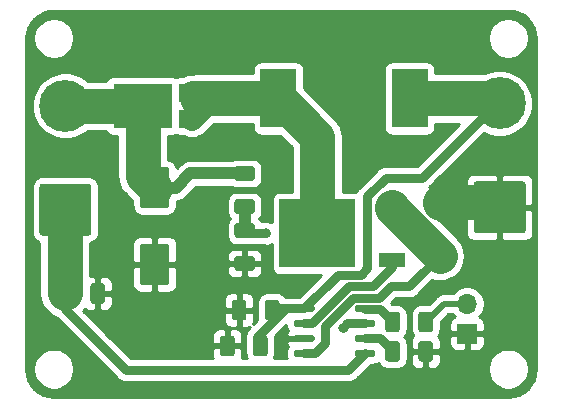
<source format=gbr>
%TF.GenerationSoftware,KiCad,Pcbnew,5.1.6*%
%TF.CreationDate,2020-09-21T04:05:30+02:00*%
%TF.ProjectId,AL8853_Led_driver,414c3838-3533-45f4-9c65-645f64726976,rev?*%
%TF.SameCoordinates,Original*%
%TF.FileFunction,Copper,L1,Top*%
%TF.FilePolarity,Positive*%
%FSLAX46Y46*%
G04 Gerber Fmt 4.6, Leading zero omitted, Abs format (unit mm)*
G04 Created by KiCad (PCBNEW 5.1.6) date 2020-09-21 04:05:30*
%MOMM*%
%LPD*%
G01*
G04 APERTURE LIST*
%TA.AperFunction,ComponentPad*%
%ADD10O,1.700000X1.700000*%
%TD*%
%TA.AperFunction,ComponentPad*%
%ADD11R,1.700000X1.700000*%
%TD*%
%TA.AperFunction,SMDPad,CuDef*%
%ADD12R,6.400000X5.800000*%
%TD*%
%TA.AperFunction,SMDPad,CuDef*%
%ADD13R,2.200000X1.200000*%
%TD*%
%TA.AperFunction,SMDPad,CuDef*%
%ADD14R,3.100000X5.000000*%
%TD*%
%TA.AperFunction,ComponentPad*%
%ADD15C,4.400000*%
%TD*%
%TA.AperFunction,SMDPad,CuDef*%
%ADD16R,4.960000X3.800000*%
%TD*%
%TA.AperFunction,SMDPad,CuDef*%
%ADD17R,1.440000X1.600000*%
%TD*%
%TA.AperFunction,ViaPad*%
%ADD18C,0.800000*%
%TD*%
%TA.AperFunction,Conductor*%
%ADD19C,3.000000*%
%TD*%
%TA.AperFunction,Conductor*%
%ADD20C,0.750000*%
%TD*%
%TA.AperFunction,Conductor*%
%ADD21C,1.000000*%
%TD*%
%TA.AperFunction,Conductor*%
%ADD22C,2.000000*%
%TD*%
%TA.AperFunction,Conductor*%
%ADD23C,0.500000*%
%TD*%
%TA.AperFunction,Conductor*%
%ADD24C,0.254000*%
%TD*%
G04 APERTURE END LIST*
%TO.P,U1,8*%
%TO.N,Net-(R1-Pad1)*%
%TA.AperFunction,SMDPad,CuDef*%
G36*
G01*
X99490000Y-126515000D02*
X99490000Y-126215000D01*
G75*
G02*
X99640000Y-126065000I150000J0D01*
G01*
X101090000Y-126065000D01*
G75*
G02*
X101240000Y-126215000I0J-150000D01*
G01*
X101240000Y-126515000D01*
G75*
G02*
X101090000Y-126665000I-150000J0D01*
G01*
X99640000Y-126665000D01*
G75*
G02*
X99490000Y-126515000I0J150000D01*
G01*
G37*
%TD.AperFunction*%
%TO.P,U1,7*%
%TO.N,Net-(R4-Pad1)*%
%TA.AperFunction,SMDPad,CuDef*%
G36*
G01*
X99490000Y-127785000D02*
X99490000Y-127485000D01*
G75*
G02*
X99640000Y-127335000I150000J0D01*
G01*
X101090000Y-127335000D01*
G75*
G02*
X101240000Y-127485000I0J-150000D01*
G01*
X101240000Y-127785000D01*
G75*
G02*
X101090000Y-127935000I-150000J0D01*
G01*
X99640000Y-127935000D01*
G75*
G02*
X99490000Y-127785000I0J150000D01*
G01*
G37*
%TD.AperFunction*%
%TO.P,U1,6*%
%TO.N,Net-(C2-Pad1)*%
%TA.AperFunction,SMDPad,CuDef*%
G36*
G01*
X99490000Y-129055000D02*
X99490000Y-128755000D01*
G75*
G02*
X99640000Y-128605000I150000J0D01*
G01*
X101090000Y-128605000D01*
G75*
G02*
X101240000Y-128755000I0J-150000D01*
G01*
X101240000Y-129055000D01*
G75*
G02*
X101090000Y-129205000I-150000J0D01*
G01*
X99640000Y-129205000D01*
G75*
G02*
X99490000Y-129055000I0J150000D01*
G01*
G37*
%TD.AperFunction*%
%TO.P,U1,5*%
%TO.N,Net-(J3-Pad1)*%
%TA.AperFunction,SMDPad,CuDef*%
G36*
G01*
X99490000Y-130325000D02*
X99490000Y-130025000D01*
G75*
G02*
X99640000Y-129875000I150000J0D01*
G01*
X101090000Y-129875000D01*
G75*
G02*
X101240000Y-130025000I0J-150000D01*
G01*
X101240000Y-130325000D01*
G75*
G02*
X101090000Y-130475000I-150000J0D01*
G01*
X99640000Y-130475000D01*
G75*
G02*
X99490000Y-130325000I0J150000D01*
G01*
G37*
%TD.AperFunction*%
%TO.P,U1,4*%
%TO.N,Net-(Q1-Pad3)*%
%TA.AperFunction,SMDPad,CuDef*%
G36*
G01*
X94340000Y-130325000D02*
X94340000Y-130025000D01*
G75*
G02*
X94490000Y-129875000I150000J0D01*
G01*
X95940000Y-129875000D01*
G75*
G02*
X96090000Y-130025000I0J-150000D01*
G01*
X96090000Y-130325000D01*
G75*
G02*
X95940000Y-130475000I-150000J0D01*
G01*
X94490000Y-130475000D01*
G75*
G02*
X94340000Y-130325000I0J150000D01*
G01*
G37*
%TD.AperFunction*%
%TO.P,U1,3*%
%TO.N,GND*%
%TA.AperFunction,SMDPad,CuDef*%
G36*
G01*
X94340000Y-129055000D02*
X94340000Y-128755000D01*
G75*
G02*
X94490000Y-128605000I150000J0D01*
G01*
X95940000Y-128605000D01*
G75*
G02*
X96090000Y-128755000I0J-150000D01*
G01*
X96090000Y-129055000D01*
G75*
G02*
X95940000Y-129205000I-150000J0D01*
G01*
X94490000Y-129205000D01*
G75*
G02*
X94340000Y-129055000I0J150000D01*
G01*
G37*
%TD.AperFunction*%
%TO.P,U1,2*%
%TO.N,Net-(Q1-Pad1)*%
%TA.AperFunction,SMDPad,CuDef*%
G36*
G01*
X94340000Y-127785000D02*
X94340000Y-127485000D01*
G75*
G02*
X94490000Y-127335000I150000J0D01*
G01*
X95940000Y-127335000D01*
G75*
G02*
X96090000Y-127485000I0J-150000D01*
G01*
X96090000Y-127785000D01*
G75*
G02*
X95940000Y-127935000I-150000J0D01*
G01*
X94490000Y-127935000D01*
G75*
G02*
X94340000Y-127785000I0J150000D01*
G01*
G37*
%TD.AperFunction*%
%TO.P,U1,1*%
%TO.N,Net-(C1-Pad1)*%
%TA.AperFunction,SMDPad,CuDef*%
G36*
G01*
X94340000Y-126515000D02*
X94340000Y-126215000D01*
G75*
G02*
X94490000Y-126065000I150000J0D01*
G01*
X95940000Y-126065000D01*
G75*
G02*
X96090000Y-126215000I0J-150000D01*
G01*
X96090000Y-126515000D01*
G75*
G02*
X95940000Y-126665000I-150000J0D01*
G01*
X94490000Y-126665000D01*
G75*
G02*
X94340000Y-126515000I0J150000D01*
G01*
G37*
%TD.AperFunction*%
%TD*%
D10*
%TO.P,J2,2*%
%TO.N,Net-(J2-Pad2)*%
X109000000Y-125960000D03*
D11*
%TO.P,J2,1*%
%TO.N,GND*%
X109000000Y-128500000D03*
%TD*%
%TO.P,R1,2*%
%TO.N,Net-(J2-Pad2)*%
%TA.AperFunction,SMDPad,CuDef*%
G36*
G01*
X104875000Y-128125000D02*
X104875000Y-126875000D01*
G75*
G02*
X105125000Y-126625000I250000J0D01*
G01*
X105875000Y-126625000D01*
G75*
G02*
X106125000Y-126875000I0J-250000D01*
G01*
X106125000Y-128125000D01*
G75*
G02*
X105875000Y-128375000I-250000J0D01*
G01*
X105125000Y-128375000D01*
G75*
G02*
X104875000Y-128125000I0J250000D01*
G01*
G37*
%TD.AperFunction*%
%TO.P,R1,1*%
%TO.N,Net-(R1-Pad1)*%
%TA.AperFunction,SMDPad,CuDef*%
G36*
G01*
X102075000Y-128125000D02*
X102075000Y-126875000D01*
G75*
G02*
X102325000Y-126625000I250000J0D01*
G01*
X103075000Y-126625000D01*
G75*
G02*
X103325000Y-126875000I0J-250000D01*
G01*
X103325000Y-128125000D01*
G75*
G02*
X103075000Y-128375000I-250000J0D01*
G01*
X102325000Y-128375000D01*
G75*
G02*
X102075000Y-128125000I0J250000D01*
G01*
G37*
%TD.AperFunction*%
%TD*%
%TO.P,R6,2*%
%TO.N,Net-(J3-Pad1)*%
%TA.AperFunction,SMDPad,CuDef*%
G36*
G01*
X75555000Y-124470000D02*
X75555000Y-125720000D01*
G75*
G02*
X75305000Y-125970000I-250000J0D01*
G01*
X74555000Y-125970000D01*
G75*
G02*
X74305000Y-125720000I0J250000D01*
G01*
X74305000Y-124470000D01*
G75*
G02*
X74555000Y-124220000I250000J0D01*
G01*
X75305000Y-124220000D01*
G75*
G02*
X75555000Y-124470000I0J-250000D01*
G01*
G37*
%TD.AperFunction*%
%TO.P,R6,1*%
%TO.N,GND*%
%TA.AperFunction,SMDPad,CuDef*%
G36*
G01*
X78355000Y-124470000D02*
X78355000Y-125720000D01*
G75*
G02*
X78105000Y-125970000I-250000J0D01*
G01*
X77355000Y-125970000D01*
G75*
G02*
X77105000Y-125720000I0J250000D01*
G01*
X77105000Y-124470000D01*
G75*
G02*
X77355000Y-124220000I250000J0D01*
G01*
X78105000Y-124220000D01*
G75*
G02*
X78355000Y-124470000I0J-250000D01*
G01*
G37*
%TD.AperFunction*%
%TD*%
%TO.P,R5,2*%
%TO.N,Net-(R4-Pad1)*%
%TA.AperFunction,SMDPad,CuDef*%
G36*
G01*
X90795000Y-120380000D02*
X89545000Y-120380000D01*
G75*
G02*
X89295000Y-120130000I0J250000D01*
G01*
X89295000Y-119380000D01*
G75*
G02*
X89545000Y-119130000I250000J0D01*
G01*
X90795000Y-119130000D01*
G75*
G02*
X91045000Y-119380000I0J-250000D01*
G01*
X91045000Y-120130000D01*
G75*
G02*
X90795000Y-120380000I-250000J0D01*
G01*
G37*
%TD.AperFunction*%
%TO.P,R5,1*%
%TO.N,GND*%
%TA.AperFunction,SMDPad,CuDef*%
G36*
G01*
X90795000Y-123180000D02*
X89545000Y-123180000D01*
G75*
G02*
X89295000Y-122930000I0J250000D01*
G01*
X89295000Y-122180000D01*
G75*
G02*
X89545000Y-121930000I250000J0D01*
G01*
X90795000Y-121930000D01*
G75*
G02*
X91045000Y-122180000I0J-250000D01*
G01*
X91045000Y-122930000D01*
G75*
G02*
X90795000Y-123180000I-250000J0D01*
G01*
G37*
%TD.AperFunction*%
%TD*%
%TO.P,R4,2*%
%TO.N,Net-(C3-Pad1)*%
%TA.AperFunction,SMDPad,CuDef*%
G36*
G01*
X90795000Y-115560000D02*
X89545000Y-115560000D01*
G75*
G02*
X89295000Y-115310000I0J250000D01*
G01*
X89295000Y-114560000D01*
G75*
G02*
X89545000Y-114310000I250000J0D01*
G01*
X90795000Y-114310000D01*
G75*
G02*
X91045000Y-114560000I0J-250000D01*
G01*
X91045000Y-115310000D01*
G75*
G02*
X90795000Y-115560000I-250000J0D01*
G01*
G37*
%TD.AperFunction*%
%TO.P,R4,1*%
%TO.N,Net-(R4-Pad1)*%
%TA.AperFunction,SMDPad,CuDef*%
G36*
G01*
X90795000Y-118360000D02*
X89545000Y-118360000D01*
G75*
G02*
X89295000Y-118110000I0J250000D01*
G01*
X89295000Y-117360000D01*
G75*
G02*
X89545000Y-117110000I250000J0D01*
G01*
X90795000Y-117110000D01*
G75*
G02*
X91045000Y-117360000I0J-250000D01*
G01*
X91045000Y-118110000D01*
G75*
G02*
X90795000Y-118360000I-250000J0D01*
G01*
G37*
%TD.AperFunction*%
%TD*%
%TO.P,R3,2*%
%TO.N,Net-(Q1-Pad3)*%
%TA.AperFunction,SMDPad,CuDef*%
G36*
G01*
X105604999Y-121245000D02*
X107755001Y-121245000D01*
G75*
G02*
X108005000Y-121494999I0J-249999D01*
G01*
X108005000Y-122345001D01*
G75*
G02*
X107755001Y-122595000I-249999J0D01*
G01*
X105604999Y-122595000D01*
G75*
G02*
X105355000Y-122345001I0J249999D01*
G01*
X105355000Y-121494999D01*
G75*
G02*
X105604999Y-121245000I249999J0D01*
G01*
G37*
%TD.AperFunction*%
%TO.P,R3,1*%
%TO.N,GND*%
%TA.AperFunction,SMDPad,CuDef*%
G36*
G01*
X105604999Y-116745000D02*
X107755001Y-116745000D01*
G75*
G02*
X108005000Y-116994999I0J-249999D01*
G01*
X108005000Y-117845001D01*
G75*
G02*
X107755001Y-118095000I-249999J0D01*
G01*
X105604999Y-118095000D01*
G75*
G02*
X105355000Y-117845001I0J249999D01*
G01*
X105355000Y-116994999D01*
G75*
G02*
X105604999Y-116745000I249999J0D01*
G01*
G37*
%TD.AperFunction*%
%TD*%
D12*
%TO.P,Q1,2*%
%TO.N,Net-(D2-Pad1)*%
X96325000Y-120015000D03*
D13*
%TO.P,Q1,3*%
%TO.N,Net-(Q1-Pad3)*%
X102625000Y-117735000D03*
%TO.P,Q1,1*%
%TO.N,Net-(Q1-Pad1)*%
X102625000Y-122295000D03*
%TD*%
D14*
%TO.P,L1,1*%
%TO.N,Net-(C1-Pad1)*%
X104140000Y-108585000D03*
%TO.P,L1,2*%
%TO.N,Net-(D2-Pad1)*%
X93040000Y-108585000D03*
%TD*%
D15*
%TO.P,J3,2*%
%TO.N,Net-(C3-Pad1)*%
X75000000Y-109200000D03*
%TO.P,J3,1*%
%TO.N,Net-(J3-Pad1)*%
%TA.AperFunction,ComponentPad*%
G36*
G01*
X76950001Y-120200000D02*
X73049999Y-120200000D01*
G75*
G02*
X72800000Y-119950001I0J249999D01*
G01*
X72800000Y-116049999D01*
G75*
G02*
X73049999Y-115800000I249999J0D01*
G01*
X76950001Y-115800000D01*
G75*
G02*
X77200000Y-116049999I0J-249999D01*
G01*
X77200000Y-119950001D01*
G75*
G02*
X76950001Y-120200000I-249999J0D01*
G01*
G37*
%TD.AperFunction*%
%TD*%
%TO.P,J1,2*%
%TO.N,Net-(C1-Pad1)*%
X111760000Y-109000000D03*
%TO.P,J1,1*%
%TO.N,GND*%
%TA.AperFunction,ComponentPad*%
G36*
G01*
X113710001Y-120000000D02*
X109809999Y-120000000D01*
G75*
G02*
X109560000Y-119750001I0J249999D01*
G01*
X109560000Y-115849999D01*
G75*
G02*
X109809999Y-115600000I249999J0D01*
G01*
X113710001Y-115600000D01*
G75*
G02*
X113960000Y-115849999I0J-249999D01*
G01*
X113960000Y-119750001D01*
G75*
G02*
X113710001Y-120000000I-249999J0D01*
G01*
G37*
%TD.AperFunction*%
%TD*%
D16*
%TO.P,D2,3*%
%TO.N,Net-(C3-Pad1)*%
X81530000Y-109220000D03*
D17*
%TO.P,D2,1*%
%TO.N,Net-(D2-Pad1)*%
X85330000Y-110285000D03*
%TO.P,D2,2*%
X85330000Y-108155000D03*
%TD*%
%TO.P,C4,2*%
%TO.N,GND*%
%TA.AperFunction,SMDPad,CuDef*%
G36*
G01*
X90325000Y-125875000D02*
X90325000Y-127125000D01*
G75*
G02*
X90075000Y-127375000I-250000J0D01*
G01*
X89325000Y-127375000D01*
G75*
G02*
X89075000Y-127125000I0J250000D01*
G01*
X89075000Y-125875000D01*
G75*
G02*
X89325000Y-125625000I250000J0D01*
G01*
X90075000Y-125625000D01*
G75*
G02*
X90325000Y-125875000I0J-250000D01*
G01*
G37*
%TD.AperFunction*%
%TO.P,C4,1*%
%TO.N,Net-(C1-Pad1)*%
%TA.AperFunction,SMDPad,CuDef*%
G36*
G01*
X93125000Y-125875000D02*
X93125000Y-127125000D01*
G75*
G02*
X92875000Y-127375000I-250000J0D01*
G01*
X92125000Y-127375000D01*
G75*
G02*
X91875000Y-127125000I0J250000D01*
G01*
X91875000Y-125875000D01*
G75*
G02*
X92125000Y-125625000I250000J0D01*
G01*
X92875000Y-125625000D01*
G75*
G02*
X93125000Y-125875000I0J-250000D01*
G01*
G37*
%TD.AperFunction*%
%TD*%
%TO.P,C3,2*%
%TO.N,GND*%
%TA.AperFunction,SMDPad,CuDef*%
G36*
G01*
X81550000Y-120880000D02*
X83550000Y-120880000D01*
G75*
G02*
X83800000Y-121130000I0J-250000D01*
G01*
X83800000Y-124130000D01*
G75*
G02*
X83550000Y-124380000I-250000J0D01*
G01*
X81550000Y-124380000D01*
G75*
G02*
X81300000Y-124130000I0J250000D01*
G01*
X81300000Y-121130000D01*
G75*
G02*
X81550000Y-120880000I250000J0D01*
G01*
G37*
%TD.AperFunction*%
%TO.P,C3,1*%
%TO.N,Net-(C3-Pad1)*%
%TA.AperFunction,SMDPad,CuDef*%
G36*
G01*
X81550000Y-114380000D02*
X83550000Y-114380000D01*
G75*
G02*
X83800000Y-114630000I0J-250000D01*
G01*
X83800000Y-117630000D01*
G75*
G02*
X83550000Y-117880000I-250000J0D01*
G01*
X81550000Y-117880000D01*
G75*
G02*
X81300000Y-117630000I0J250000D01*
G01*
X81300000Y-114630000D01*
G75*
G02*
X81550000Y-114380000I250000J0D01*
G01*
G37*
%TD.AperFunction*%
%TD*%
%TO.P,C2,2*%
%TO.N,GND*%
%TA.AperFunction,SMDPad,CuDef*%
G36*
G01*
X104875000Y-130625000D02*
X104875000Y-129375000D01*
G75*
G02*
X105125000Y-129125000I250000J0D01*
G01*
X105875000Y-129125000D01*
G75*
G02*
X106125000Y-129375000I0J-250000D01*
G01*
X106125000Y-130625000D01*
G75*
G02*
X105875000Y-130875000I-250000J0D01*
G01*
X105125000Y-130875000D01*
G75*
G02*
X104875000Y-130625000I0J250000D01*
G01*
G37*
%TD.AperFunction*%
%TO.P,C2,1*%
%TO.N,Net-(C2-Pad1)*%
%TA.AperFunction,SMDPad,CuDef*%
G36*
G01*
X102075000Y-130625000D02*
X102075000Y-129375000D01*
G75*
G02*
X102325000Y-129125000I250000J0D01*
G01*
X103075000Y-129125000D01*
G75*
G02*
X103325000Y-129375000I0J-250000D01*
G01*
X103325000Y-130625000D01*
G75*
G02*
X103075000Y-130875000I-250000J0D01*
G01*
X102325000Y-130875000D01*
G75*
G02*
X102075000Y-130625000I0J250000D01*
G01*
G37*
%TD.AperFunction*%
%TD*%
%TO.P,C1,2*%
%TO.N,GND*%
%TA.AperFunction,SMDPad,CuDef*%
G36*
G01*
X89325000Y-128915000D02*
X89325000Y-130165000D01*
G75*
G02*
X89075000Y-130415000I-250000J0D01*
G01*
X88325000Y-130415000D01*
G75*
G02*
X88075000Y-130165000I0J250000D01*
G01*
X88075000Y-128915000D01*
G75*
G02*
X88325000Y-128665000I250000J0D01*
G01*
X89075000Y-128665000D01*
G75*
G02*
X89325000Y-128915000I0J-250000D01*
G01*
G37*
%TD.AperFunction*%
%TO.P,C1,1*%
%TO.N,Net-(C1-Pad1)*%
%TA.AperFunction,SMDPad,CuDef*%
G36*
G01*
X92125000Y-128915000D02*
X92125000Y-130165000D01*
G75*
G02*
X91875000Y-130415000I-250000J0D01*
G01*
X91125000Y-130415000D01*
G75*
G02*
X90875000Y-130165000I0J250000D01*
G01*
X90875000Y-128915000D01*
G75*
G02*
X91125000Y-128665000I250000J0D01*
G01*
X91875000Y-128665000D01*
G75*
G02*
X92125000Y-128915000I0J-250000D01*
G01*
G37*
%TD.AperFunction*%
%TD*%
D18*
%TO.N,GND*%
X80400000Y-126800000D03*
X81800000Y-126800000D03*
X83200000Y-126800000D03*
X80400000Y-128000000D03*
X81800000Y-128000000D03*
X83200000Y-128000000D03*
X80400000Y-129200000D03*
X81800000Y-129200000D03*
X83200000Y-129200000D03*
X80400000Y-125600000D03*
X81800000Y-125600000D03*
X83200000Y-125600000D03*
X84600000Y-125600000D03*
X84600000Y-126800000D03*
X84600000Y-128000000D03*
X84600000Y-129200000D03*
X78000000Y-102800000D03*
X81800000Y-102800000D03*
X85800000Y-102800000D03*
X89800000Y-102800000D03*
X93800000Y-102800000D03*
X97800000Y-102800000D03*
X101800000Y-102800000D03*
X105800000Y-102800000D03*
X109800000Y-102800000D03*
X73600000Y-113200000D03*
X77600000Y-113200000D03*
X73600000Y-128400000D03*
X97800000Y-106800000D03*
X88800000Y-112200000D03*
X100000000Y-113600000D03*
X100000000Y-110000000D03*
X100200000Y-105200000D03*
X113000000Y-113400000D03*
X113000000Y-122400000D03*
X114000000Y-125000000D03*
X86000000Y-129200000D03*
X86000000Y-128000000D03*
X86000000Y-126800000D03*
X86000000Y-125600000D03*
X93200000Y-129000000D03*
X87200000Y-119000000D03*
X114000000Y-129000000D03*
X108800000Y-132400000D03*
X104500000Y-133000000D03*
X77000000Y-132400000D03*
X82000000Y-133200000D03*
X87400000Y-133200000D03*
X92600000Y-133200000D03*
X99200000Y-133200000D03*
%TO.N,Net-(R4-Pad1)*%
X98500000Y-128000000D03*
X92000000Y-120000000D03*
%TD*%
D19*
%TO.N,GND*%
X106715000Y-117385000D02*
X106692748Y-117407252D01*
X111760000Y-117385000D02*
X106715000Y-117385000D01*
%TO.N,Net-(C1-Pad1)*%
X111760000Y-108585000D02*
X104140000Y-108585000D01*
D20*
X95215000Y-126365000D02*
X93635000Y-126365000D01*
X91210000Y-128790000D02*
X91210000Y-129540000D01*
X93635000Y-126365000D02*
X91210000Y-128790000D01*
X100549990Y-122925012D02*
X100549990Y-116875503D01*
X95215000Y-126365000D02*
X98089999Y-123490001D01*
X100549990Y-116875503D02*
X102115503Y-115309990D01*
X99985001Y-123490001D02*
X100549990Y-122925012D01*
X98089999Y-123490001D02*
X99985001Y-123490001D01*
X102115503Y-115309990D02*
X105190010Y-115309990D01*
X111760000Y-108740000D02*
X111760000Y-108585000D01*
X105190010Y-115309990D02*
X111760000Y-108740000D01*
X92635000Y-126365000D02*
X92500000Y-126500000D01*
X95215000Y-126365000D02*
X92635000Y-126365000D01*
%TO.N,Net-(C2-Pad1)*%
X101605000Y-128905000D02*
X102700000Y-130000000D01*
X100365000Y-128905000D02*
X101605000Y-128905000D01*
D19*
%TO.N,Net-(C3-Pad1)*%
X81530000Y-109220000D02*
X74930000Y-109220000D01*
X81530000Y-115110000D02*
X82550000Y-116130000D01*
X81530000Y-109220000D02*
X81530000Y-115110000D01*
D21*
X82550000Y-116130000D02*
X84370000Y-116130000D01*
X85565000Y-114935000D02*
X90170000Y-114935000D01*
X84370000Y-116130000D02*
X85565000Y-114935000D01*
D22*
%TO.N,Net-(D2-Pad1)*%
X86140001Y-108585000D02*
X85710001Y-108155000D01*
D19*
X93040000Y-108585000D02*
X86140001Y-108585000D01*
D22*
X87410001Y-108585000D02*
X85710001Y-110285000D01*
D19*
X93040000Y-108585000D02*
X87410001Y-108585000D01*
X93040000Y-108585000D02*
X93085000Y-108585000D01*
X96325000Y-111825000D02*
X96325000Y-120015000D01*
X93085000Y-108585000D02*
X96325000Y-111825000D01*
%TO.N,Net-(Q1-Pad3)*%
X102625000Y-117865000D02*
X106680000Y-121920000D01*
X102625000Y-117735000D02*
X102625000Y-117865000D01*
D20*
X104550000Y-124050000D02*
X106680000Y-121920000D01*
X104100000Y-124500000D02*
X104550000Y-124050000D01*
X97000000Y-127823840D02*
X99323840Y-125500000D01*
X97000000Y-129265000D02*
X97000000Y-127823840D01*
X95215000Y-130175000D02*
X96090000Y-130175000D01*
X99323840Y-125500000D02*
X99329678Y-125500000D01*
X99329678Y-125500000D02*
X99339688Y-125489990D01*
X99339688Y-125489990D02*
X101390312Y-125489990D01*
X101400322Y-125500000D02*
X101533256Y-125500000D01*
X101533256Y-125500000D02*
X102533256Y-124500000D01*
X102533256Y-124500000D02*
X104100000Y-124500000D01*
X96090000Y-130175000D02*
X97000000Y-129265000D01*
X101390312Y-125489990D02*
X101400322Y-125500000D01*
%TO.N,Net-(Q1-Pad1)*%
X102625000Y-122875000D02*
X102625000Y-122295000D01*
X95215000Y-127635000D02*
X95845322Y-127635000D01*
X101000000Y-124500000D02*
X102625000Y-122875000D01*
X98980322Y-124500000D02*
X101000000Y-124500000D01*
X95845322Y-127635000D02*
X98980322Y-124500000D01*
%TO.N,Net-(R1-Pad1)*%
X100440000Y-126440000D02*
X100365000Y-126440000D01*
X100450010Y-126450010D02*
X100440000Y-126440000D01*
X102700000Y-127500000D02*
X101650010Y-126450010D01*
X101650010Y-126450010D02*
X100450010Y-126450010D01*
D21*
%TO.N,Net-(R4-Pad1)*%
X90170000Y-117735000D02*
X90170000Y-119755000D01*
D20*
X100365000Y-127635000D02*
X98865000Y-127635000D01*
X98865000Y-127635000D02*
X98500000Y-128000000D01*
X90415000Y-120000000D02*
X90170000Y-119755000D01*
X92000000Y-120000000D02*
X90415000Y-120000000D01*
D19*
%TO.N,Net-(J3-Pad1)*%
X74930000Y-118020000D02*
X74930000Y-125095000D01*
D20*
X98940000Y-131600000D02*
X100365000Y-130175000D01*
X80100000Y-131600000D02*
X98940000Y-131600000D01*
X74930000Y-125095000D02*
X74930000Y-126430000D01*
X74930000Y-126430000D02*
X80100000Y-131600000D01*
D23*
%TO.N,Net-(J2-Pad2)*%
X107040000Y-125960000D02*
X109000000Y-125960000D01*
X105500000Y-127500000D02*
X107040000Y-125960000D01*
%TD*%
D24*
%TO.N,GND*%
G36*
X112953893Y-101207670D02*
G01*
X113390498Y-101339489D01*
X113793185Y-101553600D01*
X114146612Y-101841848D01*
X114437327Y-102193261D01*
X114654242Y-102594439D01*
X114789106Y-103030113D01*
X114840000Y-103514344D01*
X114840001Y-131467711D01*
X114792330Y-131953894D01*
X114660512Y-132390497D01*
X114446399Y-132793186D01*
X114158150Y-133146613D01*
X113806739Y-133437327D01*
X113405564Y-133654240D01*
X112969886Y-133789106D01*
X112485664Y-133840000D01*
X74032279Y-133840000D01*
X73546106Y-133792330D01*
X73109503Y-133660512D01*
X72706814Y-133446399D01*
X72353387Y-133158150D01*
X72062673Y-132806739D01*
X71845760Y-132405564D01*
X71710894Y-131969886D01*
X71660000Y-131485664D01*
X71660000Y-131329117D01*
X72265000Y-131329117D01*
X72265000Y-131670883D01*
X72331675Y-132006081D01*
X72462463Y-132321831D01*
X72652337Y-132605998D01*
X72894002Y-132847663D01*
X73178169Y-133037537D01*
X73493919Y-133168325D01*
X73829117Y-133235000D01*
X74170883Y-133235000D01*
X74506081Y-133168325D01*
X74821831Y-133037537D01*
X75105998Y-132847663D01*
X75347663Y-132605998D01*
X75537537Y-132321831D01*
X75668325Y-132006081D01*
X75735000Y-131670883D01*
X75735000Y-131329117D01*
X75668325Y-130993919D01*
X75537537Y-130678169D01*
X75347663Y-130394002D01*
X75105998Y-130152337D01*
X74821831Y-129962463D01*
X74506081Y-129831675D01*
X74170883Y-129765000D01*
X73829117Y-129765000D01*
X73493919Y-129831675D01*
X73178169Y-129962463D01*
X72894002Y-130152337D01*
X72652337Y-130394002D01*
X72462463Y-130678169D01*
X72331675Y-130993919D01*
X72265000Y-131329117D01*
X71660000Y-131329117D01*
X71660000Y-116049999D01*
X72161928Y-116049999D01*
X72161928Y-119950001D01*
X72178992Y-120123255D01*
X72229528Y-120289851D01*
X72311595Y-120443387D01*
X72422038Y-120577962D01*
X72556613Y-120688405D01*
X72710149Y-120770472D01*
X72795000Y-120796211D01*
X72795001Y-125199882D01*
X72825893Y-125513533D01*
X72947975Y-125915982D01*
X73146224Y-126286881D01*
X73413024Y-126611977D01*
X73738120Y-126878777D01*
X74109019Y-127077026D01*
X74169473Y-127095364D01*
X74212368Y-127147633D01*
X74250901Y-127179256D01*
X79350739Y-132279094D01*
X79382367Y-132317633D01*
X79536160Y-132443847D01*
X79711620Y-132537632D01*
X79902006Y-132595385D01*
X80050392Y-132610000D01*
X80050394Y-132610000D01*
X80099999Y-132614886D01*
X80149604Y-132610000D01*
X98890392Y-132610000D01*
X98940000Y-132614886D01*
X99137994Y-132595385D01*
X99192644Y-132578807D01*
X99328380Y-132537632D01*
X99503840Y-132443847D01*
X99657633Y-132317633D01*
X99689261Y-132279094D01*
X100855283Y-131113072D01*
X101090000Y-131113072D01*
X101243745Y-131097929D01*
X101391582Y-131053084D01*
X101516112Y-130986521D01*
X101586595Y-131118386D01*
X101697038Y-131252962D01*
X101831614Y-131363405D01*
X101985150Y-131445472D01*
X102151746Y-131496008D01*
X102325000Y-131513072D01*
X103075000Y-131513072D01*
X103248254Y-131496008D01*
X103414850Y-131445472D01*
X103568386Y-131363405D01*
X103702962Y-131252962D01*
X103813405Y-131118386D01*
X103895472Y-130964850D01*
X103922727Y-130875000D01*
X104236928Y-130875000D01*
X104249188Y-130999482D01*
X104285498Y-131119180D01*
X104344463Y-131229494D01*
X104423815Y-131326185D01*
X104520506Y-131405537D01*
X104630820Y-131464502D01*
X104750518Y-131500812D01*
X104875000Y-131513072D01*
X105214250Y-131510000D01*
X105373000Y-131351250D01*
X105373000Y-130127000D01*
X105627000Y-130127000D01*
X105627000Y-131351250D01*
X105785750Y-131510000D01*
X106125000Y-131513072D01*
X106249482Y-131500812D01*
X106369180Y-131464502D01*
X106479494Y-131405537D01*
X106572612Y-131329117D01*
X110765000Y-131329117D01*
X110765000Y-131670883D01*
X110831675Y-132006081D01*
X110962463Y-132321831D01*
X111152337Y-132605998D01*
X111394002Y-132847663D01*
X111678169Y-133037537D01*
X111993919Y-133168325D01*
X112329117Y-133235000D01*
X112670883Y-133235000D01*
X113006081Y-133168325D01*
X113321831Y-133037537D01*
X113605998Y-132847663D01*
X113847663Y-132605998D01*
X114037537Y-132321831D01*
X114168325Y-132006081D01*
X114235000Y-131670883D01*
X114235000Y-131329117D01*
X114168325Y-130993919D01*
X114037537Y-130678169D01*
X113847663Y-130394002D01*
X113605998Y-130152337D01*
X113321831Y-129962463D01*
X113006081Y-129831675D01*
X112670883Y-129765000D01*
X112329117Y-129765000D01*
X111993919Y-129831675D01*
X111678169Y-129962463D01*
X111394002Y-130152337D01*
X111152337Y-130394002D01*
X110962463Y-130678169D01*
X110831675Y-130993919D01*
X110765000Y-131329117D01*
X106572612Y-131329117D01*
X106576185Y-131326185D01*
X106655537Y-131229494D01*
X106714502Y-131119180D01*
X106750812Y-130999482D01*
X106763072Y-130875000D01*
X106760000Y-130285750D01*
X106601250Y-130127000D01*
X105627000Y-130127000D01*
X105373000Y-130127000D01*
X104398750Y-130127000D01*
X104240000Y-130285750D01*
X104236928Y-130875000D01*
X103922727Y-130875000D01*
X103946008Y-130798254D01*
X103963072Y-130625000D01*
X103963072Y-129375000D01*
X103946008Y-129201746D01*
X103895472Y-129035150D01*
X103813405Y-128881614D01*
X103705393Y-128750000D01*
X103813405Y-128618386D01*
X103895472Y-128464850D01*
X103946008Y-128298254D01*
X103963072Y-128125000D01*
X103963072Y-126875000D01*
X104236928Y-126875000D01*
X104236928Y-128125000D01*
X104253992Y-128298254D01*
X104304528Y-128464850D01*
X104386595Y-128618386D01*
X104428756Y-128669760D01*
X104423815Y-128673815D01*
X104344463Y-128770506D01*
X104285498Y-128880820D01*
X104249188Y-129000518D01*
X104236928Y-129125000D01*
X104240000Y-129714250D01*
X104398750Y-129873000D01*
X105373000Y-129873000D01*
X105373000Y-129853000D01*
X105627000Y-129853000D01*
X105627000Y-129873000D01*
X106601250Y-129873000D01*
X106760000Y-129714250D01*
X106761898Y-129350000D01*
X107511928Y-129350000D01*
X107524188Y-129474482D01*
X107560498Y-129594180D01*
X107619463Y-129704494D01*
X107698815Y-129801185D01*
X107795506Y-129880537D01*
X107905820Y-129939502D01*
X108025518Y-129975812D01*
X108150000Y-129988072D01*
X108714250Y-129985000D01*
X108873000Y-129826250D01*
X108873000Y-128627000D01*
X109127000Y-128627000D01*
X109127000Y-129826250D01*
X109285750Y-129985000D01*
X109850000Y-129988072D01*
X109974482Y-129975812D01*
X110094180Y-129939502D01*
X110204494Y-129880537D01*
X110301185Y-129801185D01*
X110380537Y-129704494D01*
X110439502Y-129594180D01*
X110475812Y-129474482D01*
X110488072Y-129350000D01*
X110485000Y-128785750D01*
X110326250Y-128627000D01*
X109127000Y-128627000D01*
X108873000Y-128627000D01*
X107673750Y-128627000D01*
X107515000Y-128785750D01*
X107511928Y-129350000D01*
X106761898Y-129350000D01*
X106763072Y-129125000D01*
X106750812Y-129000518D01*
X106714502Y-128880820D01*
X106655537Y-128770506D01*
X106576185Y-128673815D01*
X106571244Y-128669760D01*
X106613405Y-128618386D01*
X106695472Y-128464850D01*
X106746008Y-128298254D01*
X106763072Y-128125000D01*
X106763072Y-127488506D01*
X107406579Y-126845000D01*
X107805344Y-126845000D01*
X107846525Y-126906632D01*
X107978380Y-127038487D01*
X107905820Y-127060498D01*
X107795506Y-127119463D01*
X107698815Y-127198815D01*
X107619463Y-127295506D01*
X107560498Y-127405820D01*
X107524188Y-127525518D01*
X107511928Y-127650000D01*
X107515000Y-128214250D01*
X107673750Y-128373000D01*
X108873000Y-128373000D01*
X108873000Y-128353000D01*
X109127000Y-128353000D01*
X109127000Y-128373000D01*
X110326250Y-128373000D01*
X110485000Y-128214250D01*
X110488072Y-127650000D01*
X110475812Y-127525518D01*
X110439502Y-127405820D01*
X110380537Y-127295506D01*
X110301185Y-127198815D01*
X110204494Y-127119463D01*
X110094180Y-127060498D01*
X110021620Y-127038487D01*
X110153475Y-126906632D01*
X110315990Y-126663411D01*
X110427932Y-126393158D01*
X110485000Y-126106260D01*
X110485000Y-125813740D01*
X110427932Y-125526842D01*
X110315990Y-125256589D01*
X110153475Y-125013368D01*
X109946632Y-124806525D01*
X109703411Y-124644010D01*
X109433158Y-124532068D01*
X109146260Y-124475000D01*
X108853740Y-124475000D01*
X108566842Y-124532068D01*
X108296589Y-124644010D01*
X108053368Y-124806525D01*
X107846525Y-125013368D01*
X107805344Y-125075000D01*
X107083469Y-125075000D01*
X107040000Y-125070719D01*
X106996531Y-125075000D01*
X106996523Y-125075000D01*
X106866510Y-125087805D01*
X106699687Y-125138411D01*
X106584682Y-125199882D01*
X106545941Y-125220589D01*
X106444953Y-125303468D01*
X106444951Y-125303470D01*
X106411183Y-125331183D01*
X106383470Y-125364951D01*
X105761493Y-125986928D01*
X105125000Y-125986928D01*
X104951746Y-126003992D01*
X104785150Y-126054528D01*
X104631614Y-126136595D01*
X104497038Y-126247038D01*
X104386595Y-126381614D01*
X104304528Y-126535150D01*
X104253992Y-126701746D01*
X104236928Y-126875000D01*
X103963072Y-126875000D01*
X103946008Y-126701746D01*
X103895472Y-126535150D01*
X103813405Y-126381614D01*
X103702962Y-126247038D01*
X103568386Y-126136595D01*
X103414850Y-126054528D01*
X103248254Y-126003992D01*
X103075000Y-125986928D01*
X102615283Y-125986928D01*
X102544983Y-125916628D01*
X102951612Y-125510000D01*
X104050392Y-125510000D01*
X104100000Y-125514886D01*
X104227096Y-125502368D01*
X104297994Y-125495385D01*
X104488380Y-125437632D01*
X104663840Y-125343847D01*
X104817633Y-125217633D01*
X104849261Y-125179093D01*
X105229094Y-124799260D01*
X105229099Y-124799256D01*
X106064115Y-123964241D01*
X106261466Y-124024107D01*
X106680000Y-124065329D01*
X107098533Y-124024107D01*
X107500982Y-123902025D01*
X107871881Y-123703776D01*
X108196977Y-123436977D01*
X108463776Y-123111881D01*
X108662025Y-122740982D01*
X108784107Y-122338533D01*
X108825329Y-121920000D01*
X108784107Y-121501466D01*
X108662025Y-121099017D01*
X108463776Y-120728118D01*
X108263835Y-120484489D01*
X107779346Y-120000000D01*
X108921928Y-120000000D01*
X108934188Y-120124482D01*
X108970498Y-120244180D01*
X109029463Y-120354494D01*
X109108815Y-120451185D01*
X109205506Y-120530537D01*
X109315820Y-120589502D01*
X109435518Y-120625812D01*
X109560000Y-120638072D01*
X111474250Y-120635000D01*
X111633000Y-120476250D01*
X111633000Y-117927000D01*
X111887000Y-117927000D01*
X111887000Y-120476250D01*
X112045750Y-120635000D01*
X113960000Y-120638072D01*
X114084482Y-120625812D01*
X114204180Y-120589502D01*
X114314494Y-120530537D01*
X114411185Y-120451185D01*
X114490537Y-120354494D01*
X114549502Y-120244180D01*
X114585812Y-120124482D01*
X114598072Y-120000000D01*
X114595000Y-118085750D01*
X114436250Y-117927000D01*
X111887000Y-117927000D01*
X111633000Y-117927000D01*
X109083750Y-117927000D01*
X108925000Y-118085750D01*
X108921928Y-120000000D01*
X107779346Y-120000000D01*
X106451798Y-118672452D01*
X106553000Y-118571250D01*
X106553000Y-117547000D01*
X106807000Y-117547000D01*
X106807000Y-118571250D01*
X106965750Y-118730000D01*
X108005000Y-118733072D01*
X108129482Y-118720812D01*
X108249180Y-118684502D01*
X108359494Y-118625537D01*
X108456185Y-118546185D01*
X108535537Y-118449494D01*
X108594502Y-118339180D01*
X108630812Y-118219482D01*
X108643072Y-118095000D01*
X108640000Y-117705750D01*
X108481250Y-117547000D01*
X106807000Y-117547000D01*
X106553000Y-117547000D01*
X106533000Y-117547000D01*
X106533000Y-117293000D01*
X106553000Y-117293000D01*
X106553000Y-116268750D01*
X106807000Y-116268750D01*
X106807000Y-117293000D01*
X108481250Y-117293000D01*
X108640000Y-117134250D01*
X108643072Y-116745000D01*
X108630812Y-116620518D01*
X108594502Y-116500820D01*
X108535537Y-116390506D01*
X108456185Y-116293815D01*
X108359494Y-116214463D01*
X108249180Y-116155498D01*
X108129482Y-116119188D01*
X108005000Y-116106928D01*
X106965750Y-116110000D01*
X106807000Y-116268750D01*
X106553000Y-116268750D01*
X106394250Y-116110000D01*
X105809372Y-116108271D01*
X105907643Y-116027623D01*
X105939271Y-115989084D01*
X106328355Y-115600000D01*
X108921928Y-115600000D01*
X108925000Y-117514250D01*
X109083750Y-117673000D01*
X111633000Y-117673000D01*
X111633000Y-115123750D01*
X111887000Y-115123750D01*
X111887000Y-117673000D01*
X114436250Y-117673000D01*
X114595000Y-117514250D01*
X114598072Y-115600000D01*
X114585812Y-115475518D01*
X114549502Y-115355820D01*
X114490537Y-115245506D01*
X114411185Y-115148815D01*
X114314494Y-115069463D01*
X114204180Y-115010498D01*
X114084482Y-114974188D01*
X113960000Y-114961928D01*
X112045750Y-114965000D01*
X111887000Y-115123750D01*
X111633000Y-115123750D01*
X111474250Y-114965000D01*
X109560000Y-114961928D01*
X109435518Y-114974188D01*
X109315820Y-115010498D01*
X109205506Y-115069463D01*
X109108815Y-115148815D01*
X109029463Y-115245506D01*
X108970498Y-115355820D01*
X108934188Y-115475518D01*
X108921928Y-115600000D01*
X106328355Y-115600000D01*
X110416457Y-111511898D01*
X110417124Y-111512344D01*
X110933061Y-111726052D01*
X111480777Y-111835000D01*
X112039223Y-111835000D01*
X112586939Y-111726052D01*
X113102876Y-111512344D01*
X113567207Y-111202088D01*
X113962088Y-110807207D01*
X114272344Y-110342876D01*
X114486052Y-109826939D01*
X114595000Y-109279223D01*
X114595000Y-108720777D01*
X114486052Y-108173061D01*
X114272344Y-107657124D01*
X113962088Y-107192793D01*
X113567207Y-106797912D01*
X113102876Y-106487656D01*
X112586939Y-106273948D01*
X112039223Y-106165000D01*
X111480777Y-106165000D01*
X110933061Y-106273948D01*
X110508034Y-106450000D01*
X106328072Y-106450000D01*
X106328072Y-106085000D01*
X106315812Y-105960518D01*
X106279502Y-105840820D01*
X106220537Y-105730506D01*
X106141185Y-105633815D01*
X106044494Y-105554463D01*
X105934180Y-105495498D01*
X105814482Y-105459188D01*
X105690000Y-105446928D01*
X102590000Y-105446928D01*
X102465518Y-105459188D01*
X102345820Y-105495498D01*
X102235506Y-105554463D01*
X102138815Y-105633815D01*
X102059463Y-105730506D01*
X102000498Y-105840820D01*
X101964188Y-105960518D01*
X101951928Y-106085000D01*
X101951928Y-111085000D01*
X101964188Y-111209482D01*
X102000498Y-111329180D01*
X102059463Y-111439494D01*
X102138815Y-111536185D01*
X102235506Y-111615537D01*
X102345820Y-111674502D01*
X102465518Y-111710812D01*
X102590000Y-111723072D01*
X105690000Y-111723072D01*
X105814482Y-111710812D01*
X105934180Y-111674502D01*
X106044494Y-111615537D01*
X106141185Y-111536185D01*
X106220537Y-111439494D01*
X106279502Y-111329180D01*
X106315812Y-111209482D01*
X106328072Y-111085000D01*
X106328072Y-110720000D01*
X108351644Y-110720000D01*
X104771655Y-114299990D01*
X102165111Y-114299990D01*
X102115503Y-114295104D01*
X101917508Y-114314605D01*
X101727123Y-114372358D01*
X101551663Y-114466143D01*
X101397870Y-114592357D01*
X101366247Y-114630891D01*
X99870891Y-116126247D01*
X99832358Y-116157870D01*
X99800735Y-116196403D01*
X99800734Y-116196404D01*
X99706144Y-116311663D01*
X99613167Y-116485611D01*
X99525000Y-116476928D01*
X98460000Y-116476928D01*
X98460000Y-111929872D01*
X98470329Y-111825000D01*
X98460000Y-111720128D01*
X98460000Y-111720118D01*
X98429108Y-111406467D01*
X98331592Y-111085000D01*
X98307026Y-111004017D01*
X98164290Y-110736977D01*
X98108777Y-110633119D01*
X98034716Y-110542876D01*
X97908835Y-110389489D01*
X97908833Y-110389487D01*
X97841977Y-110308023D01*
X97760513Y-110241167D01*
X95228072Y-107708727D01*
X95228072Y-106085000D01*
X95215812Y-105960518D01*
X95179502Y-105840820D01*
X95120537Y-105730506D01*
X95041185Y-105633815D01*
X94944494Y-105554463D01*
X94834180Y-105495498D01*
X94714482Y-105459188D01*
X94590000Y-105446928D01*
X91490000Y-105446928D01*
X91365518Y-105459188D01*
X91245820Y-105495498D01*
X91135506Y-105554463D01*
X91038815Y-105633815D01*
X90959463Y-105730506D01*
X90900498Y-105840820D01*
X90864188Y-105960518D01*
X90851928Y-106085000D01*
X90851928Y-106450000D01*
X86035119Y-106450000D01*
X85721468Y-106480892D01*
X85574692Y-106525416D01*
X85389485Y-106543658D01*
X85081287Y-106637148D01*
X84932030Y-106716928D01*
X84610000Y-106716928D01*
X84485518Y-106729188D01*
X84365820Y-106765498D01*
X84342740Y-106777835D01*
X84254180Y-106730498D01*
X84134482Y-106694188D01*
X84010000Y-106681928D01*
X79050000Y-106681928D01*
X78925518Y-106694188D01*
X78805820Y-106730498D01*
X78695506Y-106789463D01*
X78598815Y-106868815D01*
X78519463Y-106965506D01*
X78460498Y-107075820D01*
X78457713Y-107085000D01*
X76894295Y-107085000D01*
X76807207Y-106997912D01*
X76342876Y-106687656D01*
X75826939Y-106473948D01*
X75279223Y-106365000D01*
X74720777Y-106365000D01*
X74173061Y-106473948D01*
X73657124Y-106687656D01*
X73192793Y-106997912D01*
X72797912Y-107392793D01*
X72487656Y-107857124D01*
X72273948Y-108373061D01*
X72165000Y-108920777D01*
X72165000Y-109479223D01*
X72273948Y-110026939D01*
X72487656Y-110542876D01*
X72797912Y-111007207D01*
X73192793Y-111402088D01*
X73657124Y-111712344D01*
X74173061Y-111926052D01*
X74720777Y-112035000D01*
X75279223Y-112035000D01*
X75826939Y-111926052D01*
X76342876Y-111712344D01*
X76807207Y-111402088D01*
X76854295Y-111355000D01*
X78457713Y-111355000D01*
X78460498Y-111364180D01*
X78519463Y-111474494D01*
X78598815Y-111571185D01*
X78695506Y-111650537D01*
X78805820Y-111709502D01*
X78925518Y-111745812D01*
X79050000Y-111758072D01*
X79395000Y-111758072D01*
X79395001Y-115005118D01*
X79384671Y-115110000D01*
X79425893Y-115528533D01*
X79547975Y-115930982D01*
X79746224Y-116301881D01*
X79946165Y-116545510D01*
X79946168Y-116545513D01*
X80013024Y-116626977D01*
X80094488Y-116693833D01*
X80661928Y-117261273D01*
X80661928Y-117630000D01*
X80678992Y-117803254D01*
X80729528Y-117969850D01*
X80811595Y-118123386D01*
X80922038Y-118257962D01*
X81056614Y-118368405D01*
X81210150Y-118450472D01*
X81376746Y-118501008D01*
X81550000Y-118518072D01*
X83550000Y-118518072D01*
X83723254Y-118501008D01*
X83889850Y-118450472D01*
X84043386Y-118368405D01*
X84177962Y-118257962D01*
X84288405Y-118123386D01*
X84370472Y-117969850D01*
X84421008Y-117803254D01*
X84438072Y-117630000D01*
X84438072Y-117263787D01*
X84592499Y-117248577D01*
X84806447Y-117183676D01*
X85003623Y-117078284D01*
X85176449Y-116936449D01*
X85211996Y-116893135D01*
X86035132Y-116070000D01*
X89092015Y-116070000D01*
X89205150Y-116130472D01*
X89371746Y-116181008D01*
X89545000Y-116198072D01*
X90795000Y-116198072D01*
X90968254Y-116181008D01*
X91134850Y-116130472D01*
X91288386Y-116048405D01*
X91422962Y-115937962D01*
X91533405Y-115803386D01*
X91615472Y-115649850D01*
X91666008Y-115483254D01*
X91683072Y-115310000D01*
X91683072Y-114560000D01*
X91666008Y-114386746D01*
X91615472Y-114220150D01*
X91533405Y-114066614D01*
X91422962Y-113932038D01*
X91288386Y-113821595D01*
X91134850Y-113739528D01*
X90968254Y-113688992D01*
X90795000Y-113671928D01*
X89545000Y-113671928D01*
X89371746Y-113688992D01*
X89205150Y-113739528D01*
X89092015Y-113800000D01*
X85620743Y-113800000D01*
X85564999Y-113794510D01*
X85509255Y-113800000D01*
X85509248Y-113800000D01*
X85363493Y-113814356D01*
X85342500Y-113816423D01*
X85325451Y-113821595D01*
X85128553Y-113881324D01*
X84931377Y-113986716D01*
X84758551Y-114128551D01*
X84723008Y-114171860D01*
X84422542Y-114472326D01*
X84421008Y-114456746D01*
X84370472Y-114290150D01*
X84288405Y-114136614D01*
X84177962Y-114002038D01*
X84043386Y-113891595D01*
X83889850Y-113809528D01*
X83723254Y-113758992D01*
X83665000Y-113753254D01*
X83665000Y-111758072D01*
X84010000Y-111758072D01*
X84134482Y-111745812D01*
X84254180Y-111709502D01*
X84342740Y-111662165D01*
X84365820Y-111674502D01*
X84485518Y-111710812D01*
X84610000Y-111723072D01*
X84932030Y-111723072D01*
X85081287Y-111802852D01*
X85389485Y-111896342D01*
X85710001Y-111927911D01*
X86030517Y-111896342D01*
X86338715Y-111802852D01*
X86622753Y-111651030D01*
X86809324Y-111497915D01*
X87587239Y-110720000D01*
X90851928Y-110720000D01*
X90851928Y-111085000D01*
X90864188Y-111209482D01*
X90900498Y-111329180D01*
X90959463Y-111439494D01*
X91038815Y-111536185D01*
X91135506Y-111615537D01*
X91245820Y-111674502D01*
X91365518Y-111710812D01*
X91490000Y-111723072D01*
X93203726Y-111723072D01*
X94190000Y-112709346D01*
X94190001Y-116476928D01*
X93125000Y-116476928D01*
X93000518Y-116489188D01*
X92880820Y-116525498D01*
X92770506Y-116584463D01*
X92673815Y-116663815D01*
X92594463Y-116760506D01*
X92535498Y-116870820D01*
X92499188Y-116990518D01*
X92486928Y-117115000D01*
X92486928Y-119081416D01*
X92301898Y-119004774D01*
X92101939Y-118965000D01*
X91898061Y-118965000D01*
X91772377Y-118990000D01*
X91588666Y-118990000D01*
X91533405Y-118886614D01*
X91422962Y-118752038D01*
X91414386Y-118745000D01*
X91422962Y-118737962D01*
X91533405Y-118603386D01*
X91615472Y-118449850D01*
X91666008Y-118283254D01*
X91683072Y-118110000D01*
X91683072Y-117360000D01*
X91666008Y-117186746D01*
X91615472Y-117020150D01*
X91533405Y-116866614D01*
X91422962Y-116732038D01*
X91288386Y-116621595D01*
X91134850Y-116539528D01*
X90968254Y-116488992D01*
X90795000Y-116471928D01*
X89545000Y-116471928D01*
X89371746Y-116488992D01*
X89205150Y-116539528D01*
X89051614Y-116621595D01*
X88917038Y-116732038D01*
X88806595Y-116866614D01*
X88724528Y-117020150D01*
X88673992Y-117186746D01*
X88656928Y-117360000D01*
X88656928Y-118110000D01*
X88673992Y-118283254D01*
X88724528Y-118449850D01*
X88806595Y-118603386D01*
X88917038Y-118737962D01*
X88925614Y-118745000D01*
X88917038Y-118752038D01*
X88806595Y-118886614D01*
X88724528Y-119040150D01*
X88673992Y-119206746D01*
X88656928Y-119380000D01*
X88656928Y-120130000D01*
X88673992Y-120303254D01*
X88724528Y-120469850D01*
X88806595Y-120623386D01*
X88917038Y-120757962D01*
X89051614Y-120868405D01*
X89205150Y-120950472D01*
X89371746Y-121001008D01*
X89545000Y-121018072D01*
X90795000Y-121018072D01*
X90876957Y-121010000D01*
X91772377Y-121010000D01*
X91898061Y-121035000D01*
X92101939Y-121035000D01*
X92301898Y-120995226D01*
X92486928Y-120918584D01*
X92486928Y-122915000D01*
X92499188Y-123039482D01*
X92535498Y-123159180D01*
X92594463Y-123269494D01*
X92673815Y-123366185D01*
X92770506Y-123445537D01*
X92880820Y-123504502D01*
X93000518Y-123540812D01*
X93125000Y-123553072D01*
X96598572Y-123553072D01*
X94796645Y-125355000D01*
X93684608Y-125355000D01*
X93635000Y-125350114D01*
X93591102Y-125354438D01*
X93502962Y-125247038D01*
X93368386Y-125136595D01*
X93214850Y-125054528D01*
X93048254Y-125003992D01*
X92875000Y-124986928D01*
X92125000Y-124986928D01*
X91951746Y-125003992D01*
X91785150Y-125054528D01*
X91631614Y-125136595D01*
X91497038Y-125247038D01*
X91386595Y-125381614D01*
X91304528Y-125535150D01*
X91253992Y-125701746D01*
X91236928Y-125875000D01*
X91236928Y-127125000D01*
X91253992Y-127298254D01*
X91258507Y-127313138D01*
X90870909Y-127700736D01*
X90914502Y-127619180D01*
X90950812Y-127499482D01*
X90963072Y-127375000D01*
X90960000Y-126785750D01*
X90801250Y-126627000D01*
X89827000Y-126627000D01*
X89827000Y-127851250D01*
X89985750Y-128010000D01*
X90325000Y-128013072D01*
X90449482Y-128000812D01*
X90569180Y-127964502D01*
X90650736Y-127920908D01*
X90530906Y-128040739D01*
X90492367Y-128072367D01*
X90366153Y-128226160D01*
X90287666Y-128373000D01*
X90272368Y-128401621D01*
X90214615Y-128592006D01*
X90195114Y-128790000D01*
X90200000Y-128839608D01*
X90200000Y-129589608D01*
X90214615Y-129737994D01*
X90236928Y-129811549D01*
X90236928Y-130165000D01*
X90253992Y-130338254D01*
X90304528Y-130504850D01*
X90350042Y-130590000D01*
X89935488Y-130590000D01*
X89950812Y-130539482D01*
X89963072Y-130415000D01*
X89960000Y-129825750D01*
X89801250Y-129667000D01*
X88827000Y-129667000D01*
X88827000Y-129687000D01*
X88573000Y-129687000D01*
X88573000Y-129667000D01*
X87598750Y-129667000D01*
X87440000Y-129825750D01*
X87436928Y-130415000D01*
X87449188Y-130539482D01*
X87464512Y-130590000D01*
X80518355Y-130590000D01*
X78593355Y-128665000D01*
X87436928Y-128665000D01*
X87440000Y-129254250D01*
X87598750Y-129413000D01*
X88573000Y-129413000D01*
X88573000Y-128188750D01*
X88827000Y-128188750D01*
X88827000Y-129413000D01*
X89801250Y-129413000D01*
X89960000Y-129254250D01*
X89963072Y-128665000D01*
X89950812Y-128540518D01*
X89914502Y-128420820D01*
X89855537Y-128310506D01*
X89776185Y-128213815D01*
X89679494Y-128134463D01*
X89569180Y-128075498D01*
X89449482Y-128039188D01*
X89325000Y-128026928D01*
X88985750Y-128030000D01*
X88827000Y-128188750D01*
X88573000Y-128188750D01*
X88414250Y-128030000D01*
X88075000Y-128026928D01*
X87950518Y-128039188D01*
X87830820Y-128075498D01*
X87720506Y-128134463D01*
X87623815Y-128213815D01*
X87544463Y-128310506D01*
X87485498Y-128420820D01*
X87449188Y-128540518D01*
X87436928Y-128665000D01*
X78593355Y-128665000D01*
X77303355Y-127375000D01*
X88436928Y-127375000D01*
X88449188Y-127499482D01*
X88485498Y-127619180D01*
X88544463Y-127729494D01*
X88623815Y-127826185D01*
X88720506Y-127905537D01*
X88830820Y-127964502D01*
X88950518Y-128000812D01*
X89075000Y-128013072D01*
X89414250Y-128010000D01*
X89573000Y-127851250D01*
X89573000Y-126627000D01*
X88598750Y-126627000D01*
X88440000Y-126785750D01*
X88436928Y-127375000D01*
X77303355Y-127375000D01*
X76489057Y-126560702D01*
X76628686Y-126390565D01*
X76653815Y-126421185D01*
X76750506Y-126500537D01*
X76860820Y-126559502D01*
X76980518Y-126595812D01*
X77105000Y-126608072D01*
X77444250Y-126605000D01*
X77603000Y-126446250D01*
X77603000Y-125222000D01*
X77857000Y-125222000D01*
X77857000Y-126446250D01*
X78015750Y-126605000D01*
X78355000Y-126608072D01*
X78479482Y-126595812D01*
X78599180Y-126559502D01*
X78709494Y-126500537D01*
X78806185Y-126421185D01*
X78885537Y-126324494D01*
X78944502Y-126214180D01*
X78980812Y-126094482D01*
X78993072Y-125970000D01*
X78991274Y-125625000D01*
X88436928Y-125625000D01*
X88440000Y-126214250D01*
X88598750Y-126373000D01*
X89573000Y-126373000D01*
X89573000Y-125148750D01*
X89827000Y-125148750D01*
X89827000Y-126373000D01*
X90801250Y-126373000D01*
X90960000Y-126214250D01*
X90963072Y-125625000D01*
X90950812Y-125500518D01*
X90914502Y-125380820D01*
X90855537Y-125270506D01*
X90776185Y-125173815D01*
X90679494Y-125094463D01*
X90569180Y-125035498D01*
X90449482Y-124999188D01*
X90325000Y-124986928D01*
X89985750Y-124990000D01*
X89827000Y-125148750D01*
X89573000Y-125148750D01*
X89414250Y-124990000D01*
X89075000Y-124986928D01*
X88950518Y-124999188D01*
X88830820Y-125035498D01*
X88720506Y-125094463D01*
X88623815Y-125173815D01*
X88544463Y-125270506D01*
X88485498Y-125380820D01*
X88449188Y-125500518D01*
X88436928Y-125625000D01*
X78991274Y-125625000D01*
X78990000Y-125380750D01*
X78831250Y-125222000D01*
X77857000Y-125222000D01*
X77603000Y-125222000D01*
X77583000Y-125222000D01*
X77583000Y-124968000D01*
X77603000Y-124968000D01*
X77603000Y-123743750D01*
X77857000Y-123743750D01*
X77857000Y-124968000D01*
X78831250Y-124968000D01*
X78990000Y-124809250D01*
X78992237Y-124380000D01*
X80661928Y-124380000D01*
X80674188Y-124504482D01*
X80710498Y-124624180D01*
X80769463Y-124734494D01*
X80848815Y-124831185D01*
X80945506Y-124910537D01*
X81055820Y-124969502D01*
X81175518Y-125005812D01*
X81300000Y-125018072D01*
X82264250Y-125015000D01*
X82423000Y-124856250D01*
X82423000Y-122757000D01*
X82677000Y-122757000D01*
X82677000Y-124856250D01*
X82835750Y-125015000D01*
X83800000Y-125018072D01*
X83924482Y-125005812D01*
X84044180Y-124969502D01*
X84154494Y-124910537D01*
X84251185Y-124831185D01*
X84330537Y-124734494D01*
X84389502Y-124624180D01*
X84425812Y-124504482D01*
X84438072Y-124380000D01*
X84435555Y-123180000D01*
X88656928Y-123180000D01*
X88669188Y-123304482D01*
X88705498Y-123424180D01*
X88764463Y-123534494D01*
X88843815Y-123631185D01*
X88940506Y-123710537D01*
X89050820Y-123769502D01*
X89170518Y-123805812D01*
X89295000Y-123818072D01*
X89884250Y-123815000D01*
X90043000Y-123656250D01*
X90043000Y-122682000D01*
X90297000Y-122682000D01*
X90297000Y-123656250D01*
X90455750Y-123815000D01*
X91045000Y-123818072D01*
X91169482Y-123805812D01*
X91289180Y-123769502D01*
X91399494Y-123710537D01*
X91496185Y-123631185D01*
X91575537Y-123534494D01*
X91634502Y-123424180D01*
X91670812Y-123304482D01*
X91683072Y-123180000D01*
X91680000Y-122840750D01*
X91521250Y-122682000D01*
X90297000Y-122682000D01*
X90043000Y-122682000D01*
X88818750Y-122682000D01*
X88660000Y-122840750D01*
X88656928Y-123180000D01*
X84435555Y-123180000D01*
X84435000Y-122915750D01*
X84276250Y-122757000D01*
X82677000Y-122757000D01*
X82423000Y-122757000D01*
X80823750Y-122757000D01*
X80665000Y-122915750D01*
X80661928Y-124380000D01*
X78992237Y-124380000D01*
X78993072Y-124220000D01*
X78980812Y-124095518D01*
X78944502Y-123975820D01*
X78885537Y-123865506D01*
X78806185Y-123768815D01*
X78709494Y-123689463D01*
X78599180Y-123630498D01*
X78479482Y-123594188D01*
X78355000Y-123581928D01*
X78015750Y-123585000D01*
X77857000Y-123743750D01*
X77603000Y-123743750D01*
X77444250Y-123585000D01*
X77105000Y-123581928D01*
X77065000Y-123585868D01*
X77065000Y-120880000D01*
X80661928Y-120880000D01*
X80665000Y-122344250D01*
X80823750Y-122503000D01*
X82423000Y-122503000D01*
X82423000Y-120403750D01*
X82677000Y-120403750D01*
X82677000Y-122503000D01*
X84276250Y-122503000D01*
X84435000Y-122344250D01*
X84435869Y-121930000D01*
X88656928Y-121930000D01*
X88660000Y-122269250D01*
X88818750Y-122428000D01*
X90043000Y-122428000D01*
X90043000Y-121453750D01*
X90297000Y-121453750D01*
X90297000Y-122428000D01*
X91521250Y-122428000D01*
X91680000Y-122269250D01*
X91683072Y-121930000D01*
X91670812Y-121805518D01*
X91634502Y-121685820D01*
X91575537Y-121575506D01*
X91496185Y-121478815D01*
X91399494Y-121399463D01*
X91289180Y-121340498D01*
X91169482Y-121304188D01*
X91045000Y-121291928D01*
X90455750Y-121295000D01*
X90297000Y-121453750D01*
X90043000Y-121453750D01*
X89884250Y-121295000D01*
X89295000Y-121291928D01*
X89170518Y-121304188D01*
X89050820Y-121340498D01*
X88940506Y-121399463D01*
X88843815Y-121478815D01*
X88764463Y-121575506D01*
X88705498Y-121685820D01*
X88669188Y-121805518D01*
X88656928Y-121930000D01*
X84435869Y-121930000D01*
X84438072Y-120880000D01*
X84425812Y-120755518D01*
X84389502Y-120635820D01*
X84330537Y-120525506D01*
X84251185Y-120428815D01*
X84154494Y-120349463D01*
X84044180Y-120290498D01*
X83924482Y-120254188D01*
X83800000Y-120241928D01*
X82835750Y-120245000D01*
X82677000Y-120403750D01*
X82423000Y-120403750D01*
X82264250Y-120245000D01*
X81300000Y-120241928D01*
X81175518Y-120254188D01*
X81055820Y-120290498D01*
X80945506Y-120349463D01*
X80848815Y-120428815D01*
X80769463Y-120525506D01*
X80710498Y-120635820D01*
X80674188Y-120755518D01*
X80661928Y-120880000D01*
X77065000Y-120880000D01*
X77065000Y-120826746D01*
X77123255Y-120821008D01*
X77289851Y-120770472D01*
X77443387Y-120688405D01*
X77577962Y-120577962D01*
X77688405Y-120443387D01*
X77770472Y-120289851D01*
X77821008Y-120123255D01*
X77838072Y-119950001D01*
X77838072Y-116049999D01*
X77821008Y-115876745D01*
X77770472Y-115710149D01*
X77688405Y-115556613D01*
X77577962Y-115422038D01*
X77443387Y-115311595D01*
X77289851Y-115229528D01*
X77123255Y-115178992D01*
X76950001Y-115161928D01*
X73049999Y-115161928D01*
X72876745Y-115178992D01*
X72710149Y-115229528D01*
X72556613Y-115311595D01*
X72422038Y-115422038D01*
X72311595Y-115556613D01*
X72229528Y-115710149D01*
X72178992Y-115876745D01*
X72161928Y-116049999D01*
X71660000Y-116049999D01*
X71660000Y-103532279D01*
X71679920Y-103329117D01*
X72265000Y-103329117D01*
X72265000Y-103670883D01*
X72331675Y-104006081D01*
X72462463Y-104321831D01*
X72652337Y-104605998D01*
X72894002Y-104847663D01*
X73178169Y-105037537D01*
X73493919Y-105168325D01*
X73829117Y-105235000D01*
X74170883Y-105235000D01*
X74506081Y-105168325D01*
X74821831Y-105037537D01*
X75105998Y-104847663D01*
X75347663Y-104605998D01*
X75537537Y-104321831D01*
X75668325Y-104006081D01*
X75735000Y-103670883D01*
X75735000Y-103329117D01*
X110765000Y-103329117D01*
X110765000Y-103670883D01*
X110831675Y-104006081D01*
X110962463Y-104321831D01*
X111152337Y-104605998D01*
X111394002Y-104847663D01*
X111678169Y-105037537D01*
X111993919Y-105168325D01*
X112329117Y-105235000D01*
X112670883Y-105235000D01*
X113006081Y-105168325D01*
X113321831Y-105037537D01*
X113605998Y-104847663D01*
X113847663Y-104605998D01*
X114037537Y-104321831D01*
X114168325Y-104006081D01*
X114235000Y-103670883D01*
X114235000Y-103329117D01*
X114168325Y-102993919D01*
X114037537Y-102678169D01*
X113847663Y-102394002D01*
X113605998Y-102152337D01*
X113321831Y-101962463D01*
X113006081Y-101831675D01*
X112670883Y-101765000D01*
X112329117Y-101765000D01*
X111993919Y-101831675D01*
X111678169Y-101962463D01*
X111394002Y-102152337D01*
X111152337Y-102394002D01*
X110962463Y-102678169D01*
X110831675Y-102993919D01*
X110765000Y-103329117D01*
X75735000Y-103329117D01*
X75668325Y-102993919D01*
X75537537Y-102678169D01*
X75347663Y-102394002D01*
X75105998Y-102152337D01*
X74821831Y-101962463D01*
X74506081Y-101831675D01*
X74170883Y-101765000D01*
X73829117Y-101765000D01*
X73493919Y-101831675D01*
X73178169Y-101962463D01*
X72894002Y-102152337D01*
X72652337Y-102394002D01*
X72462463Y-102678169D01*
X72331675Y-102993919D01*
X72265000Y-103329117D01*
X71679920Y-103329117D01*
X71707670Y-103046107D01*
X71839489Y-102609502D01*
X72053600Y-102206815D01*
X72341848Y-101853388D01*
X72693261Y-101562673D01*
X73094439Y-101345758D01*
X73530113Y-101210894D01*
X74014344Y-101160000D01*
X112467721Y-101160000D01*
X112953893Y-101207670D01*
G37*
X112953893Y-101207670D02*
X113390498Y-101339489D01*
X113793185Y-101553600D01*
X114146612Y-101841848D01*
X114437327Y-102193261D01*
X114654242Y-102594439D01*
X114789106Y-103030113D01*
X114840000Y-103514344D01*
X114840001Y-131467711D01*
X114792330Y-131953894D01*
X114660512Y-132390497D01*
X114446399Y-132793186D01*
X114158150Y-133146613D01*
X113806739Y-133437327D01*
X113405564Y-133654240D01*
X112969886Y-133789106D01*
X112485664Y-133840000D01*
X74032279Y-133840000D01*
X73546106Y-133792330D01*
X73109503Y-133660512D01*
X72706814Y-133446399D01*
X72353387Y-133158150D01*
X72062673Y-132806739D01*
X71845760Y-132405564D01*
X71710894Y-131969886D01*
X71660000Y-131485664D01*
X71660000Y-131329117D01*
X72265000Y-131329117D01*
X72265000Y-131670883D01*
X72331675Y-132006081D01*
X72462463Y-132321831D01*
X72652337Y-132605998D01*
X72894002Y-132847663D01*
X73178169Y-133037537D01*
X73493919Y-133168325D01*
X73829117Y-133235000D01*
X74170883Y-133235000D01*
X74506081Y-133168325D01*
X74821831Y-133037537D01*
X75105998Y-132847663D01*
X75347663Y-132605998D01*
X75537537Y-132321831D01*
X75668325Y-132006081D01*
X75735000Y-131670883D01*
X75735000Y-131329117D01*
X75668325Y-130993919D01*
X75537537Y-130678169D01*
X75347663Y-130394002D01*
X75105998Y-130152337D01*
X74821831Y-129962463D01*
X74506081Y-129831675D01*
X74170883Y-129765000D01*
X73829117Y-129765000D01*
X73493919Y-129831675D01*
X73178169Y-129962463D01*
X72894002Y-130152337D01*
X72652337Y-130394002D01*
X72462463Y-130678169D01*
X72331675Y-130993919D01*
X72265000Y-131329117D01*
X71660000Y-131329117D01*
X71660000Y-116049999D01*
X72161928Y-116049999D01*
X72161928Y-119950001D01*
X72178992Y-120123255D01*
X72229528Y-120289851D01*
X72311595Y-120443387D01*
X72422038Y-120577962D01*
X72556613Y-120688405D01*
X72710149Y-120770472D01*
X72795000Y-120796211D01*
X72795001Y-125199882D01*
X72825893Y-125513533D01*
X72947975Y-125915982D01*
X73146224Y-126286881D01*
X73413024Y-126611977D01*
X73738120Y-126878777D01*
X74109019Y-127077026D01*
X74169473Y-127095364D01*
X74212368Y-127147633D01*
X74250901Y-127179256D01*
X79350739Y-132279094D01*
X79382367Y-132317633D01*
X79536160Y-132443847D01*
X79711620Y-132537632D01*
X79902006Y-132595385D01*
X80050392Y-132610000D01*
X80050394Y-132610000D01*
X80099999Y-132614886D01*
X80149604Y-132610000D01*
X98890392Y-132610000D01*
X98940000Y-132614886D01*
X99137994Y-132595385D01*
X99192644Y-132578807D01*
X99328380Y-132537632D01*
X99503840Y-132443847D01*
X99657633Y-132317633D01*
X99689261Y-132279094D01*
X100855283Y-131113072D01*
X101090000Y-131113072D01*
X101243745Y-131097929D01*
X101391582Y-131053084D01*
X101516112Y-130986521D01*
X101586595Y-131118386D01*
X101697038Y-131252962D01*
X101831614Y-131363405D01*
X101985150Y-131445472D01*
X102151746Y-131496008D01*
X102325000Y-131513072D01*
X103075000Y-131513072D01*
X103248254Y-131496008D01*
X103414850Y-131445472D01*
X103568386Y-131363405D01*
X103702962Y-131252962D01*
X103813405Y-131118386D01*
X103895472Y-130964850D01*
X103922727Y-130875000D01*
X104236928Y-130875000D01*
X104249188Y-130999482D01*
X104285498Y-131119180D01*
X104344463Y-131229494D01*
X104423815Y-131326185D01*
X104520506Y-131405537D01*
X104630820Y-131464502D01*
X104750518Y-131500812D01*
X104875000Y-131513072D01*
X105214250Y-131510000D01*
X105373000Y-131351250D01*
X105373000Y-130127000D01*
X105627000Y-130127000D01*
X105627000Y-131351250D01*
X105785750Y-131510000D01*
X106125000Y-131513072D01*
X106249482Y-131500812D01*
X106369180Y-131464502D01*
X106479494Y-131405537D01*
X106572612Y-131329117D01*
X110765000Y-131329117D01*
X110765000Y-131670883D01*
X110831675Y-132006081D01*
X110962463Y-132321831D01*
X111152337Y-132605998D01*
X111394002Y-132847663D01*
X111678169Y-133037537D01*
X111993919Y-133168325D01*
X112329117Y-133235000D01*
X112670883Y-133235000D01*
X113006081Y-133168325D01*
X113321831Y-133037537D01*
X113605998Y-132847663D01*
X113847663Y-132605998D01*
X114037537Y-132321831D01*
X114168325Y-132006081D01*
X114235000Y-131670883D01*
X114235000Y-131329117D01*
X114168325Y-130993919D01*
X114037537Y-130678169D01*
X113847663Y-130394002D01*
X113605998Y-130152337D01*
X113321831Y-129962463D01*
X113006081Y-129831675D01*
X112670883Y-129765000D01*
X112329117Y-129765000D01*
X111993919Y-129831675D01*
X111678169Y-129962463D01*
X111394002Y-130152337D01*
X111152337Y-130394002D01*
X110962463Y-130678169D01*
X110831675Y-130993919D01*
X110765000Y-131329117D01*
X106572612Y-131329117D01*
X106576185Y-131326185D01*
X106655537Y-131229494D01*
X106714502Y-131119180D01*
X106750812Y-130999482D01*
X106763072Y-130875000D01*
X106760000Y-130285750D01*
X106601250Y-130127000D01*
X105627000Y-130127000D01*
X105373000Y-130127000D01*
X104398750Y-130127000D01*
X104240000Y-130285750D01*
X104236928Y-130875000D01*
X103922727Y-130875000D01*
X103946008Y-130798254D01*
X103963072Y-130625000D01*
X103963072Y-129375000D01*
X103946008Y-129201746D01*
X103895472Y-129035150D01*
X103813405Y-128881614D01*
X103705393Y-128750000D01*
X103813405Y-128618386D01*
X103895472Y-128464850D01*
X103946008Y-128298254D01*
X103963072Y-128125000D01*
X103963072Y-126875000D01*
X104236928Y-126875000D01*
X104236928Y-128125000D01*
X104253992Y-128298254D01*
X104304528Y-128464850D01*
X104386595Y-128618386D01*
X104428756Y-128669760D01*
X104423815Y-128673815D01*
X104344463Y-128770506D01*
X104285498Y-128880820D01*
X104249188Y-129000518D01*
X104236928Y-129125000D01*
X104240000Y-129714250D01*
X104398750Y-129873000D01*
X105373000Y-129873000D01*
X105373000Y-129853000D01*
X105627000Y-129853000D01*
X105627000Y-129873000D01*
X106601250Y-129873000D01*
X106760000Y-129714250D01*
X106761898Y-129350000D01*
X107511928Y-129350000D01*
X107524188Y-129474482D01*
X107560498Y-129594180D01*
X107619463Y-129704494D01*
X107698815Y-129801185D01*
X107795506Y-129880537D01*
X107905820Y-129939502D01*
X108025518Y-129975812D01*
X108150000Y-129988072D01*
X108714250Y-129985000D01*
X108873000Y-129826250D01*
X108873000Y-128627000D01*
X109127000Y-128627000D01*
X109127000Y-129826250D01*
X109285750Y-129985000D01*
X109850000Y-129988072D01*
X109974482Y-129975812D01*
X110094180Y-129939502D01*
X110204494Y-129880537D01*
X110301185Y-129801185D01*
X110380537Y-129704494D01*
X110439502Y-129594180D01*
X110475812Y-129474482D01*
X110488072Y-129350000D01*
X110485000Y-128785750D01*
X110326250Y-128627000D01*
X109127000Y-128627000D01*
X108873000Y-128627000D01*
X107673750Y-128627000D01*
X107515000Y-128785750D01*
X107511928Y-129350000D01*
X106761898Y-129350000D01*
X106763072Y-129125000D01*
X106750812Y-129000518D01*
X106714502Y-128880820D01*
X106655537Y-128770506D01*
X106576185Y-128673815D01*
X106571244Y-128669760D01*
X106613405Y-128618386D01*
X106695472Y-128464850D01*
X106746008Y-128298254D01*
X106763072Y-128125000D01*
X106763072Y-127488506D01*
X107406579Y-126845000D01*
X107805344Y-126845000D01*
X107846525Y-126906632D01*
X107978380Y-127038487D01*
X107905820Y-127060498D01*
X107795506Y-127119463D01*
X107698815Y-127198815D01*
X107619463Y-127295506D01*
X107560498Y-127405820D01*
X107524188Y-127525518D01*
X107511928Y-127650000D01*
X107515000Y-128214250D01*
X107673750Y-128373000D01*
X108873000Y-128373000D01*
X108873000Y-128353000D01*
X109127000Y-128353000D01*
X109127000Y-128373000D01*
X110326250Y-128373000D01*
X110485000Y-128214250D01*
X110488072Y-127650000D01*
X110475812Y-127525518D01*
X110439502Y-127405820D01*
X110380537Y-127295506D01*
X110301185Y-127198815D01*
X110204494Y-127119463D01*
X110094180Y-127060498D01*
X110021620Y-127038487D01*
X110153475Y-126906632D01*
X110315990Y-126663411D01*
X110427932Y-126393158D01*
X110485000Y-126106260D01*
X110485000Y-125813740D01*
X110427932Y-125526842D01*
X110315990Y-125256589D01*
X110153475Y-125013368D01*
X109946632Y-124806525D01*
X109703411Y-124644010D01*
X109433158Y-124532068D01*
X109146260Y-124475000D01*
X108853740Y-124475000D01*
X108566842Y-124532068D01*
X108296589Y-124644010D01*
X108053368Y-124806525D01*
X107846525Y-125013368D01*
X107805344Y-125075000D01*
X107083469Y-125075000D01*
X107040000Y-125070719D01*
X106996531Y-125075000D01*
X106996523Y-125075000D01*
X106866510Y-125087805D01*
X106699687Y-125138411D01*
X106584682Y-125199882D01*
X106545941Y-125220589D01*
X106444953Y-125303468D01*
X106444951Y-125303470D01*
X106411183Y-125331183D01*
X106383470Y-125364951D01*
X105761493Y-125986928D01*
X105125000Y-125986928D01*
X104951746Y-126003992D01*
X104785150Y-126054528D01*
X104631614Y-126136595D01*
X104497038Y-126247038D01*
X104386595Y-126381614D01*
X104304528Y-126535150D01*
X104253992Y-126701746D01*
X104236928Y-126875000D01*
X103963072Y-126875000D01*
X103946008Y-126701746D01*
X103895472Y-126535150D01*
X103813405Y-126381614D01*
X103702962Y-126247038D01*
X103568386Y-126136595D01*
X103414850Y-126054528D01*
X103248254Y-126003992D01*
X103075000Y-125986928D01*
X102615283Y-125986928D01*
X102544983Y-125916628D01*
X102951612Y-125510000D01*
X104050392Y-125510000D01*
X104100000Y-125514886D01*
X104227096Y-125502368D01*
X104297994Y-125495385D01*
X104488380Y-125437632D01*
X104663840Y-125343847D01*
X104817633Y-125217633D01*
X104849261Y-125179093D01*
X105229094Y-124799260D01*
X105229099Y-124799256D01*
X106064115Y-123964241D01*
X106261466Y-124024107D01*
X106680000Y-124065329D01*
X107098533Y-124024107D01*
X107500982Y-123902025D01*
X107871881Y-123703776D01*
X108196977Y-123436977D01*
X108463776Y-123111881D01*
X108662025Y-122740982D01*
X108784107Y-122338533D01*
X108825329Y-121920000D01*
X108784107Y-121501466D01*
X108662025Y-121099017D01*
X108463776Y-120728118D01*
X108263835Y-120484489D01*
X107779346Y-120000000D01*
X108921928Y-120000000D01*
X108934188Y-120124482D01*
X108970498Y-120244180D01*
X109029463Y-120354494D01*
X109108815Y-120451185D01*
X109205506Y-120530537D01*
X109315820Y-120589502D01*
X109435518Y-120625812D01*
X109560000Y-120638072D01*
X111474250Y-120635000D01*
X111633000Y-120476250D01*
X111633000Y-117927000D01*
X111887000Y-117927000D01*
X111887000Y-120476250D01*
X112045750Y-120635000D01*
X113960000Y-120638072D01*
X114084482Y-120625812D01*
X114204180Y-120589502D01*
X114314494Y-120530537D01*
X114411185Y-120451185D01*
X114490537Y-120354494D01*
X114549502Y-120244180D01*
X114585812Y-120124482D01*
X114598072Y-120000000D01*
X114595000Y-118085750D01*
X114436250Y-117927000D01*
X111887000Y-117927000D01*
X111633000Y-117927000D01*
X109083750Y-117927000D01*
X108925000Y-118085750D01*
X108921928Y-120000000D01*
X107779346Y-120000000D01*
X106451798Y-118672452D01*
X106553000Y-118571250D01*
X106553000Y-117547000D01*
X106807000Y-117547000D01*
X106807000Y-118571250D01*
X106965750Y-118730000D01*
X108005000Y-118733072D01*
X108129482Y-118720812D01*
X108249180Y-118684502D01*
X108359494Y-118625537D01*
X108456185Y-118546185D01*
X108535537Y-118449494D01*
X108594502Y-118339180D01*
X108630812Y-118219482D01*
X108643072Y-118095000D01*
X108640000Y-117705750D01*
X108481250Y-117547000D01*
X106807000Y-117547000D01*
X106553000Y-117547000D01*
X106533000Y-117547000D01*
X106533000Y-117293000D01*
X106553000Y-117293000D01*
X106553000Y-116268750D01*
X106807000Y-116268750D01*
X106807000Y-117293000D01*
X108481250Y-117293000D01*
X108640000Y-117134250D01*
X108643072Y-116745000D01*
X108630812Y-116620518D01*
X108594502Y-116500820D01*
X108535537Y-116390506D01*
X108456185Y-116293815D01*
X108359494Y-116214463D01*
X108249180Y-116155498D01*
X108129482Y-116119188D01*
X108005000Y-116106928D01*
X106965750Y-116110000D01*
X106807000Y-116268750D01*
X106553000Y-116268750D01*
X106394250Y-116110000D01*
X105809372Y-116108271D01*
X105907643Y-116027623D01*
X105939271Y-115989084D01*
X106328355Y-115600000D01*
X108921928Y-115600000D01*
X108925000Y-117514250D01*
X109083750Y-117673000D01*
X111633000Y-117673000D01*
X111633000Y-115123750D01*
X111887000Y-115123750D01*
X111887000Y-117673000D01*
X114436250Y-117673000D01*
X114595000Y-117514250D01*
X114598072Y-115600000D01*
X114585812Y-115475518D01*
X114549502Y-115355820D01*
X114490537Y-115245506D01*
X114411185Y-115148815D01*
X114314494Y-115069463D01*
X114204180Y-115010498D01*
X114084482Y-114974188D01*
X113960000Y-114961928D01*
X112045750Y-114965000D01*
X111887000Y-115123750D01*
X111633000Y-115123750D01*
X111474250Y-114965000D01*
X109560000Y-114961928D01*
X109435518Y-114974188D01*
X109315820Y-115010498D01*
X109205506Y-115069463D01*
X109108815Y-115148815D01*
X109029463Y-115245506D01*
X108970498Y-115355820D01*
X108934188Y-115475518D01*
X108921928Y-115600000D01*
X106328355Y-115600000D01*
X110416457Y-111511898D01*
X110417124Y-111512344D01*
X110933061Y-111726052D01*
X111480777Y-111835000D01*
X112039223Y-111835000D01*
X112586939Y-111726052D01*
X113102876Y-111512344D01*
X113567207Y-111202088D01*
X113962088Y-110807207D01*
X114272344Y-110342876D01*
X114486052Y-109826939D01*
X114595000Y-109279223D01*
X114595000Y-108720777D01*
X114486052Y-108173061D01*
X114272344Y-107657124D01*
X113962088Y-107192793D01*
X113567207Y-106797912D01*
X113102876Y-106487656D01*
X112586939Y-106273948D01*
X112039223Y-106165000D01*
X111480777Y-106165000D01*
X110933061Y-106273948D01*
X110508034Y-106450000D01*
X106328072Y-106450000D01*
X106328072Y-106085000D01*
X106315812Y-105960518D01*
X106279502Y-105840820D01*
X106220537Y-105730506D01*
X106141185Y-105633815D01*
X106044494Y-105554463D01*
X105934180Y-105495498D01*
X105814482Y-105459188D01*
X105690000Y-105446928D01*
X102590000Y-105446928D01*
X102465518Y-105459188D01*
X102345820Y-105495498D01*
X102235506Y-105554463D01*
X102138815Y-105633815D01*
X102059463Y-105730506D01*
X102000498Y-105840820D01*
X101964188Y-105960518D01*
X101951928Y-106085000D01*
X101951928Y-111085000D01*
X101964188Y-111209482D01*
X102000498Y-111329180D01*
X102059463Y-111439494D01*
X102138815Y-111536185D01*
X102235506Y-111615537D01*
X102345820Y-111674502D01*
X102465518Y-111710812D01*
X102590000Y-111723072D01*
X105690000Y-111723072D01*
X105814482Y-111710812D01*
X105934180Y-111674502D01*
X106044494Y-111615537D01*
X106141185Y-111536185D01*
X106220537Y-111439494D01*
X106279502Y-111329180D01*
X106315812Y-111209482D01*
X106328072Y-111085000D01*
X106328072Y-110720000D01*
X108351644Y-110720000D01*
X104771655Y-114299990D01*
X102165111Y-114299990D01*
X102115503Y-114295104D01*
X101917508Y-114314605D01*
X101727123Y-114372358D01*
X101551663Y-114466143D01*
X101397870Y-114592357D01*
X101366247Y-114630891D01*
X99870891Y-116126247D01*
X99832358Y-116157870D01*
X99800735Y-116196403D01*
X99800734Y-116196404D01*
X99706144Y-116311663D01*
X99613167Y-116485611D01*
X99525000Y-116476928D01*
X98460000Y-116476928D01*
X98460000Y-111929872D01*
X98470329Y-111825000D01*
X98460000Y-111720128D01*
X98460000Y-111720118D01*
X98429108Y-111406467D01*
X98331592Y-111085000D01*
X98307026Y-111004017D01*
X98164290Y-110736977D01*
X98108777Y-110633119D01*
X98034716Y-110542876D01*
X97908835Y-110389489D01*
X97908833Y-110389487D01*
X97841977Y-110308023D01*
X97760513Y-110241167D01*
X95228072Y-107708727D01*
X95228072Y-106085000D01*
X95215812Y-105960518D01*
X95179502Y-105840820D01*
X95120537Y-105730506D01*
X95041185Y-105633815D01*
X94944494Y-105554463D01*
X94834180Y-105495498D01*
X94714482Y-105459188D01*
X94590000Y-105446928D01*
X91490000Y-105446928D01*
X91365518Y-105459188D01*
X91245820Y-105495498D01*
X91135506Y-105554463D01*
X91038815Y-105633815D01*
X90959463Y-105730506D01*
X90900498Y-105840820D01*
X90864188Y-105960518D01*
X90851928Y-106085000D01*
X90851928Y-106450000D01*
X86035119Y-106450000D01*
X85721468Y-106480892D01*
X85574692Y-106525416D01*
X85389485Y-106543658D01*
X85081287Y-106637148D01*
X84932030Y-106716928D01*
X84610000Y-106716928D01*
X84485518Y-106729188D01*
X84365820Y-106765498D01*
X84342740Y-106777835D01*
X84254180Y-106730498D01*
X84134482Y-106694188D01*
X84010000Y-106681928D01*
X79050000Y-106681928D01*
X78925518Y-106694188D01*
X78805820Y-106730498D01*
X78695506Y-106789463D01*
X78598815Y-106868815D01*
X78519463Y-106965506D01*
X78460498Y-107075820D01*
X78457713Y-107085000D01*
X76894295Y-107085000D01*
X76807207Y-106997912D01*
X76342876Y-106687656D01*
X75826939Y-106473948D01*
X75279223Y-106365000D01*
X74720777Y-106365000D01*
X74173061Y-106473948D01*
X73657124Y-106687656D01*
X73192793Y-106997912D01*
X72797912Y-107392793D01*
X72487656Y-107857124D01*
X72273948Y-108373061D01*
X72165000Y-108920777D01*
X72165000Y-109479223D01*
X72273948Y-110026939D01*
X72487656Y-110542876D01*
X72797912Y-111007207D01*
X73192793Y-111402088D01*
X73657124Y-111712344D01*
X74173061Y-111926052D01*
X74720777Y-112035000D01*
X75279223Y-112035000D01*
X75826939Y-111926052D01*
X76342876Y-111712344D01*
X76807207Y-111402088D01*
X76854295Y-111355000D01*
X78457713Y-111355000D01*
X78460498Y-111364180D01*
X78519463Y-111474494D01*
X78598815Y-111571185D01*
X78695506Y-111650537D01*
X78805820Y-111709502D01*
X78925518Y-111745812D01*
X79050000Y-111758072D01*
X79395000Y-111758072D01*
X79395001Y-115005118D01*
X79384671Y-115110000D01*
X79425893Y-115528533D01*
X79547975Y-115930982D01*
X79746224Y-116301881D01*
X79946165Y-116545510D01*
X79946168Y-116545513D01*
X80013024Y-116626977D01*
X80094488Y-116693833D01*
X80661928Y-117261273D01*
X80661928Y-117630000D01*
X80678992Y-117803254D01*
X80729528Y-117969850D01*
X80811595Y-118123386D01*
X80922038Y-118257962D01*
X81056614Y-118368405D01*
X81210150Y-118450472D01*
X81376746Y-118501008D01*
X81550000Y-118518072D01*
X83550000Y-118518072D01*
X83723254Y-118501008D01*
X83889850Y-118450472D01*
X84043386Y-118368405D01*
X84177962Y-118257962D01*
X84288405Y-118123386D01*
X84370472Y-117969850D01*
X84421008Y-117803254D01*
X84438072Y-117630000D01*
X84438072Y-117263787D01*
X84592499Y-117248577D01*
X84806447Y-117183676D01*
X85003623Y-117078284D01*
X85176449Y-116936449D01*
X85211996Y-116893135D01*
X86035132Y-116070000D01*
X89092015Y-116070000D01*
X89205150Y-116130472D01*
X89371746Y-116181008D01*
X89545000Y-116198072D01*
X90795000Y-116198072D01*
X90968254Y-116181008D01*
X91134850Y-116130472D01*
X91288386Y-116048405D01*
X91422962Y-115937962D01*
X91533405Y-115803386D01*
X91615472Y-115649850D01*
X91666008Y-115483254D01*
X91683072Y-115310000D01*
X91683072Y-114560000D01*
X91666008Y-114386746D01*
X91615472Y-114220150D01*
X91533405Y-114066614D01*
X91422962Y-113932038D01*
X91288386Y-113821595D01*
X91134850Y-113739528D01*
X90968254Y-113688992D01*
X90795000Y-113671928D01*
X89545000Y-113671928D01*
X89371746Y-113688992D01*
X89205150Y-113739528D01*
X89092015Y-113800000D01*
X85620743Y-113800000D01*
X85564999Y-113794510D01*
X85509255Y-113800000D01*
X85509248Y-113800000D01*
X85363493Y-113814356D01*
X85342500Y-113816423D01*
X85325451Y-113821595D01*
X85128553Y-113881324D01*
X84931377Y-113986716D01*
X84758551Y-114128551D01*
X84723008Y-114171860D01*
X84422542Y-114472326D01*
X84421008Y-114456746D01*
X84370472Y-114290150D01*
X84288405Y-114136614D01*
X84177962Y-114002038D01*
X84043386Y-113891595D01*
X83889850Y-113809528D01*
X83723254Y-113758992D01*
X83665000Y-113753254D01*
X83665000Y-111758072D01*
X84010000Y-111758072D01*
X84134482Y-111745812D01*
X84254180Y-111709502D01*
X84342740Y-111662165D01*
X84365820Y-111674502D01*
X84485518Y-111710812D01*
X84610000Y-111723072D01*
X84932030Y-111723072D01*
X85081287Y-111802852D01*
X85389485Y-111896342D01*
X85710001Y-111927911D01*
X86030517Y-111896342D01*
X86338715Y-111802852D01*
X86622753Y-111651030D01*
X86809324Y-111497915D01*
X87587239Y-110720000D01*
X90851928Y-110720000D01*
X90851928Y-111085000D01*
X90864188Y-111209482D01*
X90900498Y-111329180D01*
X90959463Y-111439494D01*
X91038815Y-111536185D01*
X91135506Y-111615537D01*
X91245820Y-111674502D01*
X91365518Y-111710812D01*
X91490000Y-111723072D01*
X93203726Y-111723072D01*
X94190000Y-112709346D01*
X94190001Y-116476928D01*
X93125000Y-116476928D01*
X93000518Y-116489188D01*
X92880820Y-116525498D01*
X92770506Y-116584463D01*
X92673815Y-116663815D01*
X92594463Y-116760506D01*
X92535498Y-116870820D01*
X92499188Y-116990518D01*
X92486928Y-117115000D01*
X92486928Y-119081416D01*
X92301898Y-119004774D01*
X92101939Y-118965000D01*
X91898061Y-118965000D01*
X91772377Y-118990000D01*
X91588666Y-118990000D01*
X91533405Y-118886614D01*
X91422962Y-118752038D01*
X91414386Y-118745000D01*
X91422962Y-118737962D01*
X91533405Y-118603386D01*
X91615472Y-118449850D01*
X91666008Y-118283254D01*
X91683072Y-118110000D01*
X91683072Y-117360000D01*
X91666008Y-117186746D01*
X91615472Y-117020150D01*
X91533405Y-116866614D01*
X91422962Y-116732038D01*
X91288386Y-116621595D01*
X91134850Y-116539528D01*
X90968254Y-116488992D01*
X90795000Y-116471928D01*
X89545000Y-116471928D01*
X89371746Y-116488992D01*
X89205150Y-116539528D01*
X89051614Y-116621595D01*
X88917038Y-116732038D01*
X88806595Y-116866614D01*
X88724528Y-117020150D01*
X88673992Y-117186746D01*
X88656928Y-117360000D01*
X88656928Y-118110000D01*
X88673992Y-118283254D01*
X88724528Y-118449850D01*
X88806595Y-118603386D01*
X88917038Y-118737962D01*
X88925614Y-118745000D01*
X88917038Y-118752038D01*
X88806595Y-118886614D01*
X88724528Y-119040150D01*
X88673992Y-119206746D01*
X88656928Y-119380000D01*
X88656928Y-120130000D01*
X88673992Y-120303254D01*
X88724528Y-120469850D01*
X88806595Y-120623386D01*
X88917038Y-120757962D01*
X89051614Y-120868405D01*
X89205150Y-120950472D01*
X89371746Y-121001008D01*
X89545000Y-121018072D01*
X90795000Y-121018072D01*
X90876957Y-121010000D01*
X91772377Y-121010000D01*
X91898061Y-121035000D01*
X92101939Y-121035000D01*
X92301898Y-120995226D01*
X92486928Y-120918584D01*
X92486928Y-122915000D01*
X92499188Y-123039482D01*
X92535498Y-123159180D01*
X92594463Y-123269494D01*
X92673815Y-123366185D01*
X92770506Y-123445537D01*
X92880820Y-123504502D01*
X93000518Y-123540812D01*
X93125000Y-123553072D01*
X96598572Y-123553072D01*
X94796645Y-125355000D01*
X93684608Y-125355000D01*
X93635000Y-125350114D01*
X93591102Y-125354438D01*
X93502962Y-125247038D01*
X93368386Y-125136595D01*
X93214850Y-125054528D01*
X93048254Y-125003992D01*
X92875000Y-124986928D01*
X92125000Y-124986928D01*
X91951746Y-125003992D01*
X91785150Y-125054528D01*
X91631614Y-125136595D01*
X91497038Y-125247038D01*
X91386595Y-125381614D01*
X91304528Y-125535150D01*
X91253992Y-125701746D01*
X91236928Y-125875000D01*
X91236928Y-127125000D01*
X91253992Y-127298254D01*
X91258507Y-127313138D01*
X90870909Y-127700736D01*
X90914502Y-127619180D01*
X90950812Y-127499482D01*
X90963072Y-127375000D01*
X90960000Y-126785750D01*
X90801250Y-126627000D01*
X89827000Y-126627000D01*
X89827000Y-127851250D01*
X89985750Y-128010000D01*
X90325000Y-128013072D01*
X90449482Y-128000812D01*
X90569180Y-127964502D01*
X90650736Y-127920908D01*
X90530906Y-128040739D01*
X90492367Y-128072367D01*
X90366153Y-128226160D01*
X90287666Y-128373000D01*
X90272368Y-128401621D01*
X90214615Y-128592006D01*
X90195114Y-128790000D01*
X90200000Y-128839608D01*
X90200000Y-129589608D01*
X90214615Y-129737994D01*
X90236928Y-129811549D01*
X90236928Y-130165000D01*
X90253992Y-130338254D01*
X90304528Y-130504850D01*
X90350042Y-130590000D01*
X89935488Y-130590000D01*
X89950812Y-130539482D01*
X89963072Y-130415000D01*
X89960000Y-129825750D01*
X89801250Y-129667000D01*
X88827000Y-129667000D01*
X88827000Y-129687000D01*
X88573000Y-129687000D01*
X88573000Y-129667000D01*
X87598750Y-129667000D01*
X87440000Y-129825750D01*
X87436928Y-130415000D01*
X87449188Y-130539482D01*
X87464512Y-130590000D01*
X80518355Y-130590000D01*
X78593355Y-128665000D01*
X87436928Y-128665000D01*
X87440000Y-129254250D01*
X87598750Y-129413000D01*
X88573000Y-129413000D01*
X88573000Y-128188750D01*
X88827000Y-128188750D01*
X88827000Y-129413000D01*
X89801250Y-129413000D01*
X89960000Y-129254250D01*
X89963072Y-128665000D01*
X89950812Y-128540518D01*
X89914502Y-128420820D01*
X89855537Y-128310506D01*
X89776185Y-128213815D01*
X89679494Y-128134463D01*
X89569180Y-128075498D01*
X89449482Y-128039188D01*
X89325000Y-128026928D01*
X88985750Y-128030000D01*
X88827000Y-128188750D01*
X88573000Y-128188750D01*
X88414250Y-128030000D01*
X88075000Y-128026928D01*
X87950518Y-128039188D01*
X87830820Y-128075498D01*
X87720506Y-128134463D01*
X87623815Y-128213815D01*
X87544463Y-128310506D01*
X87485498Y-128420820D01*
X87449188Y-128540518D01*
X87436928Y-128665000D01*
X78593355Y-128665000D01*
X77303355Y-127375000D01*
X88436928Y-127375000D01*
X88449188Y-127499482D01*
X88485498Y-127619180D01*
X88544463Y-127729494D01*
X88623815Y-127826185D01*
X88720506Y-127905537D01*
X88830820Y-127964502D01*
X88950518Y-128000812D01*
X89075000Y-128013072D01*
X89414250Y-128010000D01*
X89573000Y-127851250D01*
X89573000Y-126627000D01*
X88598750Y-126627000D01*
X88440000Y-126785750D01*
X88436928Y-127375000D01*
X77303355Y-127375000D01*
X76489057Y-126560702D01*
X76628686Y-126390565D01*
X76653815Y-126421185D01*
X76750506Y-126500537D01*
X76860820Y-126559502D01*
X76980518Y-126595812D01*
X77105000Y-126608072D01*
X77444250Y-126605000D01*
X77603000Y-126446250D01*
X77603000Y-125222000D01*
X77857000Y-125222000D01*
X77857000Y-126446250D01*
X78015750Y-126605000D01*
X78355000Y-126608072D01*
X78479482Y-126595812D01*
X78599180Y-126559502D01*
X78709494Y-126500537D01*
X78806185Y-126421185D01*
X78885537Y-126324494D01*
X78944502Y-126214180D01*
X78980812Y-126094482D01*
X78993072Y-125970000D01*
X78991274Y-125625000D01*
X88436928Y-125625000D01*
X88440000Y-126214250D01*
X88598750Y-126373000D01*
X89573000Y-126373000D01*
X89573000Y-125148750D01*
X89827000Y-125148750D01*
X89827000Y-126373000D01*
X90801250Y-126373000D01*
X90960000Y-126214250D01*
X90963072Y-125625000D01*
X90950812Y-125500518D01*
X90914502Y-125380820D01*
X90855537Y-125270506D01*
X90776185Y-125173815D01*
X90679494Y-125094463D01*
X90569180Y-125035498D01*
X90449482Y-124999188D01*
X90325000Y-124986928D01*
X89985750Y-124990000D01*
X89827000Y-125148750D01*
X89573000Y-125148750D01*
X89414250Y-124990000D01*
X89075000Y-124986928D01*
X88950518Y-124999188D01*
X88830820Y-125035498D01*
X88720506Y-125094463D01*
X88623815Y-125173815D01*
X88544463Y-125270506D01*
X88485498Y-125380820D01*
X88449188Y-125500518D01*
X88436928Y-125625000D01*
X78991274Y-125625000D01*
X78990000Y-125380750D01*
X78831250Y-125222000D01*
X77857000Y-125222000D01*
X77603000Y-125222000D01*
X77583000Y-125222000D01*
X77583000Y-124968000D01*
X77603000Y-124968000D01*
X77603000Y-123743750D01*
X77857000Y-123743750D01*
X77857000Y-124968000D01*
X78831250Y-124968000D01*
X78990000Y-124809250D01*
X78992237Y-124380000D01*
X80661928Y-124380000D01*
X80674188Y-124504482D01*
X80710498Y-124624180D01*
X80769463Y-124734494D01*
X80848815Y-124831185D01*
X80945506Y-124910537D01*
X81055820Y-124969502D01*
X81175518Y-125005812D01*
X81300000Y-125018072D01*
X82264250Y-125015000D01*
X82423000Y-124856250D01*
X82423000Y-122757000D01*
X82677000Y-122757000D01*
X82677000Y-124856250D01*
X82835750Y-125015000D01*
X83800000Y-125018072D01*
X83924482Y-125005812D01*
X84044180Y-124969502D01*
X84154494Y-124910537D01*
X84251185Y-124831185D01*
X84330537Y-124734494D01*
X84389502Y-124624180D01*
X84425812Y-124504482D01*
X84438072Y-124380000D01*
X84435555Y-123180000D01*
X88656928Y-123180000D01*
X88669188Y-123304482D01*
X88705498Y-123424180D01*
X88764463Y-123534494D01*
X88843815Y-123631185D01*
X88940506Y-123710537D01*
X89050820Y-123769502D01*
X89170518Y-123805812D01*
X89295000Y-123818072D01*
X89884250Y-123815000D01*
X90043000Y-123656250D01*
X90043000Y-122682000D01*
X90297000Y-122682000D01*
X90297000Y-123656250D01*
X90455750Y-123815000D01*
X91045000Y-123818072D01*
X91169482Y-123805812D01*
X91289180Y-123769502D01*
X91399494Y-123710537D01*
X91496185Y-123631185D01*
X91575537Y-123534494D01*
X91634502Y-123424180D01*
X91670812Y-123304482D01*
X91683072Y-123180000D01*
X91680000Y-122840750D01*
X91521250Y-122682000D01*
X90297000Y-122682000D01*
X90043000Y-122682000D01*
X88818750Y-122682000D01*
X88660000Y-122840750D01*
X88656928Y-123180000D01*
X84435555Y-123180000D01*
X84435000Y-122915750D01*
X84276250Y-122757000D01*
X82677000Y-122757000D01*
X82423000Y-122757000D01*
X80823750Y-122757000D01*
X80665000Y-122915750D01*
X80661928Y-124380000D01*
X78992237Y-124380000D01*
X78993072Y-124220000D01*
X78980812Y-124095518D01*
X78944502Y-123975820D01*
X78885537Y-123865506D01*
X78806185Y-123768815D01*
X78709494Y-123689463D01*
X78599180Y-123630498D01*
X78479482Y-123594188D01*
X78355000Y-123581928D01*
X78015750Y-123585000D01*
X77857000Y-123743750D01*
X77603000Y-123743750D01*
X77444250Y-123585000D01*
X77105000Y-123581928D01*
X77065000Y-123585868D01*
X77065000Y-120880000D01*
X80661928Y-120880000D01*
X80665000Y-122344250D01*
X80823750Y-122503000D01*
X82423000Y-122503000D01*
X82423000Y-120403750D01*
X82677000Y-120403750D01*
X82677000Y-122503000D01*
X84276250Y-122503000D01*
X84435000Y-122344250D01*
X84435869Y-121930000D01*
X88656928Y-121930000D01*
X88660000Y-122269250D01*
X88818750Y-122428000D01*
X90043000Y-122428000D01*
X90043000Y-121453750D01*
X90297000Y-121453750D01*
X90297000Y-122428000D01*
X91521250Y-122428000D01*
X91680000Y-122269250D01*
X91683072Y-121930000D01*
X91670812Y-121805518D01*
X91634502Y-121685820D01*
X91575537Y-121575506D01*
X91496185Y-121478815D01*
X91399494Y-121399463D01*
X91289180Y-121340498D01*
X91169482Y-121304188D01*
X91045000Y-121291928D01*
X90455750Y-121295000D01*
X90297000Y-121453750D01*
X90043000Y-121453750D01*
X89884250Y-121295000D01*
X89295000Y-121291928D01*
X89170518Y-121304188D01*
X89050820Y-121340498D01*
X88940506Y-121399463D01*
X88843815Y-121478815D01*
X88764463Y-121575506D01*
X88705498Y-121685820D01*
X88669188Y-121805518D01*
X88656928Y-121930000D01*
X84435869Y-121930000D01*
X84438072Y-120880000D01*
X84425812Y-120755518D01*
X84389502Y-120635820D01*
X84330537Y-120525506D01*
X84251185Y-120428815D01*
X84154494Y-120349463D01*
X84044180Y-120290498D01*
X83924482Y-120254188D01*
X83800000Y-120241928D01*
X82835750Y-120245000D01*
X82677000Y-120403750D01*
X82423000Y-120403750D01*
X82264250Y-120245000D01*
X81300000Y-120241928D01*
X81175518Y-120254188D01*
X81055820Y-120290498D01*
X80945506Y-120349463D01*
X80848815Y-120428815D01*
X80769463Y-120525506D01*
X80710498Y-120635820D01*
X80674188Y-120755518D01*
X80661928Y-120880000D01*
X77065000Y-120880000D01*
X77065000Y-120826746D01*
X77123255Y-120821008D01*
X77289851Y-120770472D01*
X77443387Y-120688405D01*
X77577962Y-120577962D01*
X77688405Y-120443387D01*
X77770472Y-120289851D01*
X77821008Y-120123255D01*
X77838072Y-119950001D01*
X77838072Y-116049999D01*
X77821008Y-115876745D01*
X77770472Y-115710149D01*
X77688405Y-115556613D01*
X77577962Y-115422038D01*
X77443387Y-115311595D01*
X77289851Y-115229528D01*
X77123255Y-115178992D01*
X76950001Y-115161928D01*
X73049999Y-115161928D01*
X72876745Y-115178992D01*
X72710149Y-115229528D01*
X72556613Y-115311595D01*
X72422038Y-115422038D01*
X72311595Y-115556613D01*
X72229528Y-115710149D01*
X72178992Y-115876745D01*
X72161928Y-116049999D01*
X71660000Y-116049999D01*
X71660000Y-103532279D01*
X71679920Y-103329117D01*
X72265000Y-103329117D01*
X72265000Y-103670883D01*
X72331675Y-104006081D01*
X72462463Y-104321831D01*
X72652337Y-104605998D01*
X72894002Y-104847663D01*
X73178169Y-105037537D01*
X73493919Y-105168325D01*
X73829117Y-105235000D01*
X74170883Y-105235000D01*
X74506081Y-105168325D01*
X74821831Y-105037537D01*
X75105998Y-104847663D01*
X75347663Y-104605998D01*
X75537537Y-104321831D01*
X75668325Y-104006081D01*
X75735000Y-103670883D01*
X75735000Y-103329117D01*
X110765000Y-103329117D01*
X110765000Y-103670883D01*
X110831675Y-104006081D01*
X110962463Y-104321831D01*
X111152337Y-104605998D01*
X111394002Y-104847663D01*
X111678169Y-105037537D01*
X111993919Y-105168325D01*
X112329117Y-105235000D01*
X112670883Y-105235000D01*
X113006081Y-105168325D01*
X113321831Y-105037537D01*
X113605998Y-104847663D01*
X113847663Y-104605998D01*
X114037537Y-104321831D01*
X114168325Y-104006081D01*
X114235000Y-103670883D01*
X114235000Y-103329117D01*
X114168325Y-102993919D01*
X114037537Y-102678169D01*
X113847663Y-102394002D01*
X113605998Y-102152337D01*
X113321831Y-101962463D01*
X113006081Y-101831675D01*
X112670883Y-101765000D01*
X112329117Y-101765000D01*
X111993919Y-101831675D01*
X111678169Y-101962463D01*
X111394002Y-102152337D01*
X111152337Y-102394002D01*
X110962463Y-102678169D01*
X110831675Y-102993919D01*
X110765000Y-103329117D01*
X75735000Y-103329117D01*
X75668325Y-102993919D01*
X75537537Y-102678169D01*
X75347663Y-102394002D01*
X75105998Y-102152337D01*
X74821831Y-101962463D01*
X74506081Y-101831675D01*
X74170883Y-101765000D01*
X73829117Y-101765000D01*
X73493919Y-101831675D01*
X73178169Y-101962463D01*
X72894002Y-102152337D01*
X72652337Y-102394002D01*
X72462463Y-102678169D01*
X72331675Y-102993919D01*
X72265000Y-103329117D01*
X71679920Y-103329117D01*
X71707670Y-103046107D01*
X71839489Y-102609502D01*
X72053600Y-102206815D01*
X72341848Y-101853388D01*
X72693261Y-101562673D01*
X73094439Y-101345758D01*
X73530113Y-101210894D01*
X74014344Y-101160000D01*
X112467721Y-101160000D01*
X112953893Y-101207670D01*
G36*
X93701928Y-127785000D02*
G01*
X93717071Y-127938745D01*
X93761916Y-128086582D01*
X93833730Y-128220936D01*
X93809463Y-128250506D01*
X93750498Y-128360820D01*
X93714188Y-128480518D01*
X93701928Y-128605000D01*
X93705000Y-128619250D01*
X93863750Y-128778000D01*
X95088000Y-128778000D01*
X95088000Y-128758000D01*
X95342000Y-128758000D01*
X95342000Y-128778000D01*
X95362000Y-128778000D01*
X95362000Y-129032000D01*
X95342000Y-129032000D01*
X95342000Y-129052000D01*
X95088000Y-129052000D01*
X95088000Y-129032000D01*
X93863750Y-129032000D01*
X93705000Y-129190750D01*
X93701928Y-129205000D01*
X93714188Y-129329482D01*
X93750498Y-129449180D01*
X93809463Y-129559494D01*
X93833730Y-129589064D01*
X93761916Y-129723418D01*
X93717071Y-129871255D01*
X93701928Y-130025000D01*
X93701928Y-130325000D01*
X93717071Y-130478745D01*
X93750819Y-130590000D01*
X92649958Y-130590000D01*
X92695472Y-130504850D01*
X92746008Y-130338254D01*
X92763072Y-130165000D01*
X92763072Y-128915000D01*
X92746008Y-128741746D01*
X92732183Y-128696172D01*
X93701928Y-127726428D01*
X93701928Y-127785000D01*
G37*
X93701928Y-127785000D02*
X93717071Y-127938745D01*
X93761916Y-128086582D01*
X93833730Y-128220936D01*
X93809463Y-128250506D01*
X93750498Y-128360820D01*
X93714188Y-128480518D01*
X93701928Y-128605000D01*
X93705000Y-128619250D01*
X93863750Y-128778000D01*
X95088000Y-128778000D01*
X95088000Y-128758000D01*
X95342000Y-128758000D01*
X95342000Y-128778000D01*
X95362000Y-128778000D01*
X95362000Y-129032000D01*
X95342000Y-129032000D01*
X95342000Y-129052000D01*
X95088000Y-129052000D01*
X95088000Y-129032000D01*
X93863750Y-129032000D01*
X93705000Y-129190750D01*
X93701928Y-129205000D01*
X93714188Y-129329482D01*
X93750498Y-129449180D01*
X93809463Y-129559494D01*
X93833730Y-129589064D01*
X93761916Y-129723418D01*
X93717071Y-129871255D01*
X93701928Y-130025000D01*
X93701928Y-130325000D01*
X93717071Y-130478745D01*
X93750819Y-130590000D01*
X92649958Y-130590000D01*
X92695472Y-130504850D01*
X92746008Y-130338254D01*
X92763072Y-130165000D01*
X92763072Y-128915000D01*
X92746008Y-128741746D01*
X92732183Y-128696172D01*
X93701928Y-127726428D01*
X93701928Y-127785000D01*
%TD*%
M02*

</source>
